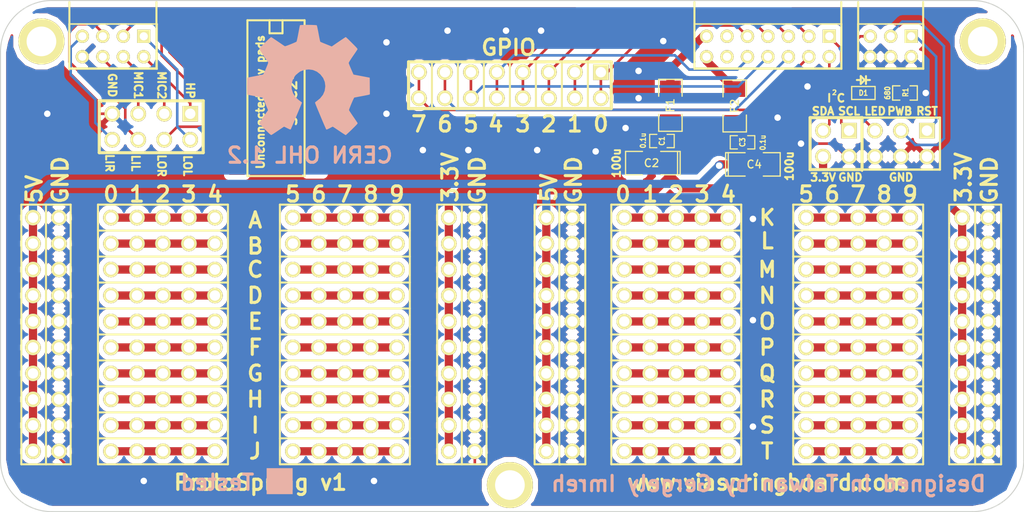
<source format=kicad_pcb>
(kicad_pcb (version 3) (host pcbnew "(2013-may-18)-stable")
  (layers (15 F.Cu signal) (0 B.Cu signal) (18 B.Paste user) (19 F.Paste user) (20 B.SilkS user) (21 F.SilkS user) (22 B.Mask user) (23 F.Mask user) (28 Edge.Cuts user))
  (net 0 "")
  (net 1 +3.3V)
  (net 2 +5V)
  (net 3 /GPIO20)
  (net 4 /GPIO21)
  (net 5 /GPIO22)
  (net 6 /GPIO23)
  (net 7 /GPIO24)
  (net 8 /GPIO25)
  (net 9 /GPIO26)
  (net 10 /GPIO27)
  (net 11 /HP_DET)
  (net 12 /I2C0SCL)
  (net 13 /I2C0SDA)
  (net 14 /LINEIN_L)
  (net 15 /LINEIN_R)
  (net 16 /LINEOUT_L)
  (net 17 /LINEOUT_R)
  (net 18 /MICIN1)
  (net 19 /MICIN2)
  (net 20 /PWRBTN)
  (net 21 /PWR_LED)
  (net 22 /RESET1)
  (net 23 GND)
  (net 24 N-000001)
  (net 25 N-0000010)
  (net 26 N-0000011)
  (net 27 N-0000012)
  (net 28 N-0000013)
  (net 29 N-0000014)
  (net 30 N-0000015)
  (net 31 N-0000016)
  (net 32 N-0000017)
  (net 33 N-0000018)
  (net 34 N-0000019)
  (net 35 N-000002)
  (net 36 N-0000020)
  (net 37 N-0000022)
  (net 38 N-0000023)
  (net 39 N-0000024)
  (net 40 N-0000025)
  (net 41 N-0000026)
  (net 42 N-0000027)
  (net 43 N-0000028)
  (net 44 N-0000029)
  (net 45 N-000003)
  (net 46 N-0000030)
  (net 47 N-0000031)
  (net 48 N-0000039)
  (net 49 N-000004)
  (net 50 N-0000040)
  (net 51 N-0000042)
  (net 52 N-000005)
  (net 53 N-0000056)
  (net 54 N-0000057)
  (net 55 N-0000058)
  (net 56 N-0000059)
  (net 57 N-0000060)
  (net 58 N-0000061)
  (net 59 N-0000062)
  (net 60 N-0000063)
  (net 61 N-0000064)
  (net 62 N-0000065)
  (net 63 N-0000066)
  (net 64 N-0000067)
  (net 65 N-0000068)
  (net 66 N-000009)
  (module SOIC24 (layer F.Cu) (at 153.924 114.554 270)
    (fp_text reference SOIC24 (at 0 -1.524 270) (layer F.SilkS) (effects (font (size 1.016 1.016) (thickness 0.2032))))
    (fp_text value VAL** hide)
    (pad 1 smd rect (at -6.985 3.81 270) (size 0.762 1.524) (layers F.Cu F.Paste F.Mask))
    (pad 2 smd rect (at -5.715 3.81 270) (size 0.762 1.524) (layers F.Cu F.Paste F.Mask))
    (pad 3 smd rect (at -4.445 3.81 270) (size 0.762 1.524) (layers F.Cu F.Paste F.Mask))
    (pad 4 smd rect (at -3.175 3.81 270) (size 0.762 1.524) (layers F.Cu F.Paste F.Mask))
    (pad 5 smd rect (at -1.905 3.81 270) (size 0.762 1.524) (layers F.Cu F.Paste F.Mask))
    (pad 6 smd rect (at -0.635 3.81 270) (size 0.762 1.524) (layers F.Cu F.Paste F.Mask))
    (pad 7 smd rect (at 0.635 3.81 270) (size 0.762 1.524) (layers F.Cu F.Paste F.Mask))
    (pad 8 smd rect (at 1.905 3.81 270) (size 0.762 1.524) (layers F.Cu F.Paste F.Mask))
    (pad 9 smd rect (at 3.175 3.81 270) (size 0.762 1.524) (layers F.Cu F.Paste F.Mask))
    (pad 10 smd rect (at 4.445 3.81 270) (size 0.762 1.524) (layers F.Cu F.Paste F.Mask))
    (pad 11 smd rect (at 5.715 3.81 270) (size 0.762 1.524) (layers F.Cu F.Paste F.Mask))
    (pad 12 smd rect (at 7.112 3.81 270) (size 0.762 1.524) (layers F.Cu F.Paste F.Mask))
    (pad 24 smd rect (at -6.985 -3.81 270) (size 0.762 1.524) (layers F.Cu F.Paste F.Mask))
    (pad 23 smd rect (at -5.715 -3.81 270) (size 0.762 1.524) (layers F.Cu F.Paste F.Mask))
    (pad 22 smd rect (at -4.445 -3.81 270) (size 0.762 1.524) (layers F.Cu F.Paste F.Mask))
    (pad 21 smd rect (at -3.175 -3.81 270) (size 0.762 1.524) (layers F.Cu F.Paste F.Mask))
    (pad 20 smd rect (at -1.905 -3.81 270) (size 0.762 1.524) (layers F.Cu F.Paste F.Mask))
    (pad 19 smd rect (at -0.635 -3.81 270) (size 0.762 1.524) (layers F.Cu F.Paste F.Mask))
    (pad 18 smd rect (at 0.635 -3.81 270) (size 0.762 1.524) (layers F.Cu F.Paste F.Mask))
    (pad 17 smd rect (at 1.905 -3.81 270) (size 0.762 1.524) (layers F.Cu F.Paste F.Mask))
    (pad 16 smd rect (at 3.175 -3.81 270) (size 0.762 1.524) (layers F.Cu F.Paste F.Mask))
    (pad 15 smd rect (at 4.445 -3.81 270) (size 0.762 1.524) (layers F.Cu F.Paste F.Mask))
    (pad 14 smd rect (at 5.715 -3.81 270) (size 0.762 1.524) (layers F.Cu F.Paste F.Mask))
    (pad 13 smd rect (at 6.985 -3.81 270) (size 0.762 1.524) (layers F.Cu F.Paste F.Mask))
  )
  (module SM1206 (layer F.Cu) (at 198.755 115.316 270)
    (fp_text reference F2 (at 0 0 270) (layer F.SilkS) (effects (font (size 0.762 0.762) (thickness 0.127))))
    (fp_text value FUSE hide)
    (pad 1 smd rect (at -1.651 0 270) (size 1.524 2.032) (layers F.Cu F.Paste F.Mask) (net 48 N-0000039))
    (pad 2 smd rect (at 1.651 0 270) (size 1.524 2.032) (layers F.Cu F.Paste F.Mask) (net 2 +5V))
  )
  (module SM1206 (layer F.Cu) (at 192.468 115.252 270)
    (fp_text reference F1 (at 0 0 270) (layer F.SilkS) (effects (font (size 0.762 0.762) (thickness 0.127))))
    (fp_text value FUSE hide)
    (pad 1 smd rect (at -1.651 0 270) (size 1.524 2.032) (layers F.Cu F.Paste F.Mask) (net 50 N-0000040))
    (pad 2 smd rect (at 1.651 0 270) (size 1.524 2.032) (layers F.Cu F.Paste F.Mask) (net 1 +3.3V))
  )
  (module SM0603_Resistor (layer F.Cu) (at 215.392 114.046)
    (fp_text reference R1 (at 0.0635 -0.0635 90) (layer F.SilkS) (effects (font (size 0.50038 0.4572) (thickness 0.1143))))
    (fp_text value 680 (at -1.69926 0 90) (layer F.SilkS) (effects (font (size 0.508 0.4572) (thickness 0.1143))))
    (pad 1 smd rect (at -0.762 0) (size 0.635 1.143) (layers F.Cu F.Paste F.Mask) (net 51 N-0000042))
    (pad 2 smd rect (at 0.762 0) (size 0.635 1.143) (layers F.Cu F.Paste F.Mask) (net 23 GND))
  )
  (module SM0603_Capa (layer F.Cu) (at 191.643 118.745 180)
    (fp_text reference C1 (at 0 0 270) (layer F.SilkS) (effects (font (size 0.508 0.4572) (thickness 0.1143))))
    (fp_text value 0.1u (at 1.843 0.045 270) (layer F.SilkS) (effects (font (size 0.508 0.4572) (thickness 0.1143))))
    (pad 1 smd rect (at -0.762 0 180) (size 0.635 1.143) (layers F.Cu F.Paste F.Mask) (net 1 +3.3V))
    (pad 2 smd rect (at 0.762 0 180) (size 0.635 1.143) (layers F.Cu F.Paste F.Mask) (net 23 GND))
  )
  (module SM0603_Capa (layer F.Cu) (at 199.517 118.872)
    (fp_text reference C3 (at 0 0 90) (layer F.SilkS) (effects (font (size 0.508 0.4572) (thickness 0.1143))))
    (fp_text value 0.1u (at 1.983 0.028 90) (layer F.SilkS) (effects (font (size 0.508 0.4572) (thickness 0.1143))))
    (pad 1 smd rect (at -0.762 0) (size 0.635 1.143) (layers F.Cu F.Paste F.Mask) (net 2 +5V))
    (pad 2 smd rect (at 0.762 0) (size 0.635 1.143) (layers F.Cu F.Paste F.Mask) (net 23 GND))
  )
  (module SM0603 (layer F.Cu) (at 211.328 114.046)
    (fp_text reference D1 (at 0 0) (layer F.SilkS) (effects (font (size 0.508 0.4572) (thickness 0.1143))))
    (fp_text value LED hide)
    (pad 1 smd rect (at -0.762 0) (size 0.635 1.143) (layers F.Cu F.Paste F.Mask) (net 21 /PWR_LED))
    (pad 2 smd rect (at 0.762 0) (size 0.635 1.143) (layers F.Cu F.Paste F.Mask) (net 51 N-0000042))
  )
  (module pin_array_8x2 (layer F.Cu) (at 176.784 113.284 180)
    (fp_text reference P5 hide)
    (fp_text value CONN_8X2 hide)
    (pad 1 thru_hole rect (at -8.89 1.27 180) (size 1.524 1.524) (drill 1.016) (layers *.Cu *.Mask F.SilkS) (net 3 /GPIO20))
    (pad 2 thru_hole circle (at -8.89 -1.27 180) (size 1.524 1.524) (drill 1.016) (layers *.Cu *.Mask F.SilkS) (net 3 /GPIO20))
    (pad 3 thru_hole circle (at -6.35 1.27 180) (size 1.524 1.524) (drill 1.016) (layers *.Cu *.Mask F.SilkS) (net 4 /GPIO21))
    (pad 4 thru_hole circle (at -6.35 -1.27 180) (size 1.524 1.524) (drill 1.016) (layers *.Cu *.Mask F.SilkS) (net 4 /GPIO21))
    (pad 5 thru_hole circle (at -3.81 1.27 180) (size 1.524 1.524) (drill 1.016) (layers *.Cu *.Mask F.SilkS) (net 5 /GPIO22))
    (pad 6 thru_hole circle (at -3.81 -1.27 180) (size 1.524 1.524) (drill 1.016) (layers *.Cu *.Mask F.SilkS) (net 5 /GPIO22))
    (pad 7 thru_hole circle (at -1.27 1.27 180) (size 1.524 1.524) (drill 1.016) (layers *.Cu *.Mask F.SilkS) (net 6 /GPIO23))
    (pad 8 thru_hole circle (at -1.27 -1.27 180) (size 1.524 1.524) (drill 1.016) (layers *.Cu *.Mask F.SilkS) (net 6 /GPIO23))
    (pad 9 thru_hole circle (at 1.27 1.27 180) (size 1.524 1.524) (drill 1.016) (layers *.Cu *.Mask F.SilkS) (net 7 /GPIO24))
    (pad 10 thru_hole circle (at 1.27 -1.27 180) (size 1.524 1.524) (drill 1.016) (layers *.Cu *.Mask F.SilkS) (net 7 /GPIO24))
    (pad 11 thru_hole circle (at 3.81 1.27 180) (size 1.524 1.524) (drill 1.016) (layers *.Cu *.Mask F.SilkS) (net 8 /GPIO25))
    (pad 12 thru_hole circle (at 3.81 -1.27 180) (size 1.524 1.524) (drill 1.016) (layers *.Cu *.Mask F.SilkS) (net 8 /GPIO25))
    (pad 13 thru_hole circle (at 6.35 1.27 180) (size 1.524 1.524) (drill 1.016) (layers *.Cu *.Mask F.SilkS) (net 9 /GPIO26))
    (pad 14 thru_hole circle (at 6.35 -1.27 180) (size 1.524 1.524) (drill 1.016) (layers *.Cu *.Mask F.SilkS) (net 9 /GPIO26))
    (pad 15 thru_hole circle (at 8.89 1.27 180) (size 1.524 1.524) (drill 1.016) (layers *.Cu *.Mask F.SilkS) (net 10 /GPIO27))
    (pad 16 thru_hole circle (at 8.89 -1.27 180) (size 1.524 1.524) (drill 1.016) (layers *.Cu *.Mask F.SilkS) (net 10 /GPIO27))
  )
  (module pin_array_4x2 (layer F.Cu) (at 141.732 117.348 180)
    (fp_text reference P7 hide)
    (fp_text value CONN_4X2 hide)
    (pad 1 thru_hole rect (at -3.81 1.27 180) (size 1.524 1.524) (drill 1.016) (layers *.Cu *.Mask F.SilkS) (net 11 /HP_DET))
    (pad 2 thru_hole circle (at -3.81 -1.27 180) (size 1.524 1.524) (drill 1.016) (layers *.Cu *.Mask F.SilkS) (net 16 /LINEOUT_L))
    (pad 3 thru_hole circle (at -1.27 1.27 180) (size 1.524 1.524) (drill 1.016) (layers *.Cu *.Mask F.SilkS) (net 19 /MICIN2))
    (pad 4 thru_hole circle (at -1.27 -1.27 180) (size 1.524 1.524) (drill 1.016) (layers *.Cu *.Mask F.SilkS) (net 17 /LINEOUT_R))
    (pad 5 thru_hole circle (at 1.27 1.27 180) (size 1.524 1.524) (drill 1.016) (layers *.Cu *.Mask F.SilkS) (net 18 /MICIN1))
    (pad 6 thru_hole circle (at 1.27 -1.27 180) (size 1.524 1.524) (drill 1.016) (layers *.Cu *.Mask F.SilkS) (net 14 /LINEIN_L))
    (pad 7 thru_hole circle (at 3.81 1.27 180) (size 1.524 1.524) (drill 1.016) (layers *.Cu *.Mask F.SilkS) (net 23 GND))
    (pad 8 thru_hole circle (at 3.81 -1.27 180) (size 1.524 1.524) (drill 1.016) (layers *.Cu *.Mask F.SilkS) (net 15 /LINEIN_R))
  )
  (module pin_array_3x2 (layer F.Cu) (at 215 119 180)
    (fp_text reference P4 hide)
    (fp_text value CONN_3X2 hide)
    (pad 1 thru_hole rect (at -2.54 1.27 180) (size 1.524 1.524) (drill 1.016) (layers *.Cu *.Mask F.SilkS) (net 22 /RESET1))
    (pad 2 thru_hole circle (at -2.54 -1.27 180) (size 1.524 1.524) (drill 1.016) (layers *.Cu *.Mask F.SilkS) (net 23 GND))
    (pad 3 thru_hole circle (at 0 1.27 180) (size 1.524 1.524) (drill 1.016) (layers *.Cu *.Mask F.SilkS) (net 20 /PWRBTN))
    (pad 4 thru_hole circle (at 0 -1.27 180) (size 1.524 1.524) (drill 1.016) (layers *.Cu *.Mask F.SilkS) (net 23 GND))
    (pad 5 thru_hole circle (at 2.54 1.27 180) (size 1.524 1.524) (drill 1.016) (layers *.Cu *.Mask F.SilkS) (net 21 /PWR_LED))
    (pad 6 thru_hole circle (at 2.54 -1.27 180) (size 1.524 1.524) (drill 1.016) (layers *.Cu *.Mask F.SilkS) (net 23 GND))
  )
  (module PIN_ARRAY_2X2 (layer F.Cu) (at 208.661 118.999 180)
    (fp_text reference P6 hide)
    (fp_text value CONN_2X2 hide)
    (pad 1 thru_hole rect (at -1.27 1.27 180) (size 1.524 1.524) (drill 1.016) (layers *.Cu *.Mask F.SilkS) (net 13 /I2C0SDA))
    (pad 2 thru_hole circle (at -1.27 -1.27 180) (size 1.524 1.524) (drill 1.016) (layers *.Cu *.Mask F.SilkS) (net 23 GND))
    (pad 3 thru_hole circle (at 1.27 1.27 180) (size 1.524 1.524) (drill 1.016) (layers *.Cu *.Mask F.SilkS) (net 12 /I2C0SCL))
    (pad 4 thru_hole circle (at 1.27 -1.27 180) (size 1.524 1.524) (drill 1.016) (layers *.Cu *.Mask F.SilkS) (net 1 +3.3V))
  )
  (module pin_array_2mm_7x2 (layer F.Cu) (at 202 109.5 180)
    (fp_text reference P2 hide)
    (fp_text value CONN_7X2 hide)
    (pad 1 thru_hole rect (at -6 1 180) (size 1.3 1.3) (drill 0.8) (layers *.Cu *.Mask F.SilkS) (net 13 /I2C0SDA))
    (pad 2 thru_hole circle (at -6 -1 180) (size 1.3 1.3) (drill 0.8) (layers *.Cu *.Mask F.SilkS) (net 12 /I2C0SCL))
    (pad 3 thru_hole circle (at -4 1 180) (size 1.3 1.3) (drill 0.8) (layers *.Cu *.Mask F.SilkS) (net 6 /GPIO23))
    (pad 4 thru_hole circle (at -4 -1 180) (size 1.3 1.3) (drill 0.8) (layers *.Cu *.Mask F.SilkS) (net 10 /GPIO27))
    (pad 5 thru_hole circle (at -2 1 180) (size 1.3 1.3) (drill 0.8) (layers *.Cu *.Mask F.SilkS) (net 5 /GPIO22))
    (pad 6 thru_hole circle (at -2 -1 180) (size 1.3 1.3) (drill 0.8) (layers *.Cu *.Mask F.SilkS) (net 9 /GPIO26))
    (pad 7 thru_hole circle (at 0 1 180) (size 1.3 1.3) (drill 0.8) (layers *.Cu *.Mask F.SilkS) (net 4 /GPIO21))
    (pad 8 thru_hole circle (at 0 -1 180) (size 1.3 1.3) (drill 0.8) (layers *.Cu *.Mask F.SilkS) (net 8 /GPIO25))
    (pad 9 thru_hole circle (at 2 1 180) (size 1.3 1.3) (drill 0.8) (layers *.Cu *.Mask F.SilkS) (net 3 /GPIO20))
    (pad 10 thru_hole circle (at 2 -1 180) (size 1.3 1.3) (drill 0.8) (layers *.Cu *.Mask F.SilkS) (net 7 /GPIO24))
    (pad 11 thru_hole circle (at 4 1 180) (size 1.3 1.3) (drill 0.8) (layers *.Cu *.Mask F.SilkS))
    (pad 12 thru_hole circle (at 4 -1 180) (size 1.3 1.3) (drill 0.8) (layers *.Cu *.Mask F.SilkS))
    (pad 13 thru_hole circle (at 6 1 180) (size 1.3 1.3) (drill 0.8) (layers *.Cu *.Mask F.SilkS) (net 50 N-0000040))
    (pad 14 thru_hole circle (at 6 -1 180) (size 1.3 1.3) (drill 0.8) (layers *.Cu *.Mask F.SilkS) (net 48 N-0000039))
  )
  (module pin_array_2mm_4x2 (layer F.Cu) (at 138 109.5 180)
    (fp_text reference P3 hide)
    (fp_text value CONN_4X2 hide)
    (pad 1 thru_hole rect (at -3 1 180) (size 1.3 1.3) (drill 0.8) (layers *.Cu *.Mask F.SilkS) (net 16 /LINEOUT_L))
    (pad 2 thru_hole circle (at -3 -1 180) (size 1.3 1.3) (drill 0.8) (layers *.Cu *.Mask F.SilkS) (net 11 /HP_DET))
    (pad 3 thru_hole circle (at -1 1 180) (size 1.3 1.3) (drill 0.8) (layers *.Cu *.Mask F.SilkS) (net 17 /LINEOUT_R))
    (pad 4 thru_hole circle (at -1 -1 180) (size 1.3 1.3) (drill 0.8) (layers *.Cu *.Mask F.SilkS) (net 19 /MICIN2))
    (pad 5 thru_hole circle (at 1 1 180) (size 1.3 1.3) (drill 0.8) (layers *.Cu *.Mask F.SilkS) (net 14 /LINEIN_L))
    (pad 6 thru_hole circle (at 1 -1 180) (size 1.3 1.3) (drill 0.8) (layers *.Cu *.Mask F.SilkS) (net 18 /MICIN1))
    (pad 7 thru_hole circle (at 3 1 180) (size 1.3 1.3) (drill 0.8) (layers *.Cu *.Mask F.SilkS) (net 15 /LINEIN_R))
    (pad 8 thru_hole circle (at 3 -1 180) (size 1.3 1.3) (drill 0.8) (layers *.Cu *.Mask F.SilkS) (net 23 GND))
  )
  (module pin_array_2mm_3x2 (layer F.Cu) (at 214 109.5 180)
    (fp_text reference P1 hide)
    (fp_text value CONN_3X2 hide)
    (pad 1 thru_hole rect (at -2 1 180) (size 1.3 1.3) (drill 0.8) (layers *.Cu *.Mask F.SilkS) (net 22 /RESET1))
    (pad 2 thru_hole circle (at -2 -1 180) (size 1.3 1.3) (drill 0.8) (layers *.Cu *.Mask F.SilkS) (net 23 GND))
    (pad 3 thru_hole circle (at 0 1 180) (size 1.3 1.3) (drill 0.8) (layers *.Cu *.Mask F.SilkS) (net 20 /PWRBTN))
    (pad 4 thru_hole circle (at 0 -1 180) (size 1.3 1.3) (drill 0.8) (layers *.Cu *.Mask F.SilkS) (net 23 GND))
    (pad 5 thru_hole circle (at 2 1 180) (size 1.3 1.3) (drill 0.8) (layers *.Cu *.Mask F.SilkS) (net 21 /PWR_LED))
    (pad 6 thru_hole circle (at 2 -1 180) (size 1.3 1.3) (drill 0.8) (layers *.Cu *.Mask F.SilkS) (net 23 GND))
  )
  (module BREADBOARD_PIN_ROW_2-5-5-2 (layer F.Cu) (at 201.93 126.238)
    (fp_text reference P18 hide)
    (fp_text value CONN_14 hide)
    (pad 1 thru_hole circle (at -21.59 0) (size 1.524 1.524) (drill 1.016) (layers *.Cu *.Mask F.SilkS) (net 2 +5V))
    (pad 2 thru_hole circle (at -19.05 0) (size 1.524 1.524) (drill 1.016) (layers *.Cu *.Mask F.SilkS) (net 23 GND))
    (pad 3 thru_hole circle (at -13.97 0) (size 1.524 1.524) (drill 1.016) (layers *.Cu *.Mask F.SilkS) (net 49 N-000004))
    (pad 4 thru_hole circle (at -11.43 0) (size 1.524 1.524) (drill 1.016) (layers *.Cu *.Mask F.SilkS) (net 49 N-000004))
    (pad 5 thru_hole circle (at -8.89 0) (size 1.524 1.524) (drill 1.016) (layers *.Cu *.Mask F.SilkS) (net 49 N-000004))
    (pad 6 thru_hole circle (at -6.35 0) (size 1.524 1.524) (drill 1.016) (layers *.Cu *.Mask F.SilkS) (net 49 N-000004))
    (pad 7 thru_hole circle (at -3.81 0) (size 1.524 1.524) (drill 1.016) (layers *.Cu *.Mask F.SilkS) (net 49 N-000004))
    (pad 8 thru_hole circle (at 3.81 0) (size 1.524 1.524) (drill 1.016) (layers *.Cu *.Mask F.SilkS) (net 24 N-000001))
    (pad 9 thru_hole circle (at 6.35 0) (size 1.524 1.524) (drill 1.016) (layers *.Cu *.Mask F.SilkS) (net 24 N-000001))
    (pad 10 thru_hole circle (at 8.89 0) (size 1.524 1.524) (drill 1.016) (layers *.Cu *.Mask F.SilkS) (net 24 N-000001))
    (pad 11 thru_hole circle (at 11.43 0) (size 1.524 1.524) (drill 1.016) (layers *.Cu *.Mask F.SilkS) (net 24 N-000001))
    (pad 12 thru_hole circle (at 13.97 0) (size 1.524 1.524) (drill 1.016) (layers *.Cu *.Mask F.SilkS) (net 24 N-000001))
    (pad 13 thru_hole circle (at 19.05 0) (size 1.524 1.524) (drill 1.016) (layers *.Cu *.Mask F.SilkS) (net 1 +3.3V))
    (pad 14 thru_hole circle (at 21.59 0) (size 1.524 1.524) (drill 1.016) (layers *.Cu *.Mask F.SilkS) (net 23 GND))
  )
  (module BREADBOARD_PIN_ROW_2-5-5-2 (layer F.Cu) (at 151.765 149.098)
    (fp_text reference P17 hide)
    (fp_text value CONN_14 hide)
    (pad 1 thru_hole circle (at -21.59 0) (size 1.524 1.524) (drill 1.016) (layers *.Cu *.Mask F.SilkS) (net 2 +5V))
    (pad 2 thru_hole circle (at -19.05 0) (size 1.524 1.524) (drill 1.016) (layers *.Cu *.Mask F.SilkS) (net 23 GND))
    (pad 3 thru_hole circle (at -13.97 0) (size 1.524 1.524) (drill 1.016) (layers *.Cu *.Mask F.SilkS) (net 28 N-0000013))
    (pad 4 thru_hole circle (at -11.43 0) (size 1.524 1.524) (drill 1.016) (layers *.Cu *.Mask F.SilkS) (net 28 N-0000013))
    (pad 5 thru_hole circle (at -8.89 0) (size 1.524 1.524) (drill 1.016) (layers *.Cu *.Mask F.SilkS) (net 28 N-0000013))
    (pad 6 thru_hole circle (at -6.35 0) (size 1.524 1.524) (drill 1.016) (layers *.Cu *.Mask F.SilkS) (net 28 N-0000013))
    (pad 7 thru_hole circle (at -3.81 0) (size 1.524 1.524) (drill 1.016) (layers *.Cu *.Mask F.SilkS) (net 28 N-0000013))
    (pad 8 thru_hole circle (at 3.81 0) (size 1.524 1.524) (drill 1.016) (layers *.Cu *.Mask F.SilkS) (net 29 N-0000014))
    (pad 9 thru_hole circle (at 6.35 0) (size 1.524 1.524) (drill 1.016) (layers *.Cu *.Mask F.SilkS) (net 29 N-0000014))
    (pad 10 thru_hole circle (at 8.89 0) (size 1.524 1.524) (drill 1.016) (layers *.Cu *.Mask F.SilkS) (net 29 N-0000014))
    (pad 11 thru_hole circle (at 11.43 0) (size 1.524 1.524) (drill 1.016) (layers *.Cu *.Mask F.SilkS) (net 29 N-0000014))
    (pad 12 thru_hole circle (at 13.97 0) (size 1.524 1.524) (drill 1.016) (layers *.Cu *.Mask F.SilkS) (net 29 N-0000014))
    (pad 13 thru_hole circle (at 19.05 0) (size 1.524 1.524) (drill 1.016) (layers *.Cu *.Mask F.SilkS) (net 1 +3.3V))
    (pad 14 thru_hole circle (at 21.59 0) (size 1.524 1.524) (drill 1.016) (layers *.Cu *.Mask F.SilkS) (net 23 GND))
  )
  (module BREADBOARD_PIN_ROW_2-5-5-2 (layer F.Cu) (at 201.93 149.098)
    (fp_text reference P27 hide)
    (fp_text value CONN_14 hide)
    (pad 1 thru_hole circle (at -21.59 0) (size 1.524 1.524) (drill 1.016) (layers *.Cu *.Mask F.SilkS) (net 2 +5V))
    (pad 2 thru_hole circle (at -19.05 0) (size 1.524 1.524) (drill 1.016) (layers *.Cu *.Mask F.SilkS) (net 23 GND))
    (pad 3 thru_hole circle (at -13.97 0) (size 1.524 1.524) (drill 1.016) (layers *.Cu *.Mask F.SilkS) (net 34 N-0000019))
    (pad 4 thru_hole circle (at -11.43 0) (size 1.524 1.524) (drill 1.016) (layers *.Cu *.Mask F.SilkS) (net 34 N-0000019))
    (pad 5 thru_hole circle (at -8.89 0) (size 1.524 1.524) (drill 1.016) (layers *.Cu *.Mask F.SilkS) (net 34 N-0000019))
    (pad 6 thru_hole circle (at -6.35 0) (size 1.524 1.524) (drill 1.016) (layers *.Cu *.Mask F.SilkS) (net 34 N-0000019))
    (pad 7 thru_hole circle (at -3.81 0) (size 1.524 1.524) (drill 1.016) (layers *.Cu *.Mask F.SilkS) (net 34 N-0000019))
    (pad 8 thru_hole circle (at 3.81 0) (size 1.524 1.524) (drill 1.016) (layers *.Cu *.Mask F.SilkS) (net 36 N-0000020))
    (pad 9 thru_hole circle (at 6.35 0) (size 1.524 1.524) (drill 1.016) (layers *.Cu *.Mask F.SilkS) (net 36 N-0000020))
    (pad 10 thru_hole circle (at 8.89 0) (size 1.524 1.524) (drill 1.016) (layers *.Cu *.Mask F.SilkS) (net 36 N-0000020))
    (pad 11 thru_hole circle (at 11.43 0) (size 1.524 1.524) (drill 1.016) (layers *.Cu *.Mask F.SilkS) (net 36 N-0000020))
    (pad 12 thru_hole circle (at 13.97 0) (size 1.524 1.524) (drill 1.016) (layers *.Cu *.Mask F.SilkS) (net 36 N-0000020))
    (pad 13 thru_hole circle (at 19.05 0) (size 1.524 1.524) (drill 1.016) (layers *.Cu *.Mask F.SilkS) (net 1 +3.3V))
    (pad 14 thru_hole circle (at 21.59 0) (size 1.524 1.524) (drill 1.016) (layers *.Cu *.Mask F.SilkS) (net 23 GND))
  )
  (module BREADBOARD_PIN_ROW_2-5-5-2 (layer F.Cu) (at 201.93 146.558)
    (fp_text reference P26 hide)
    (fp_text value CONN_14 hide)
    (pad 1 thru_hole circle (at -21.59 0) (size 1.524 1.524) (drill 1.016) (layers *.Cu *.Mask F.SilkS) (net 2 +5V))
    (pad 2 thru_hole circle (at -19.05 0) (size 1.524 1.524) (drill 1.016) (layers *.Cu *.Mask F.SilkS) (net 23 GND))
    (pad 3 thru_hole circle (at -13.97 0) (size 1.524 1.524) (drill 1.016) (layers *.Cu *.Mask F.SilkS) (net 37 N-0000022))
    (pad 4 thru_hole circle (at -11.43 0) (size 1.524 1.524) (drill 1.016) (layers *.Cu *.Mask F.SilkS) (net 37 N-0000022))
    (pad 5 thru_hole circle (at -8.89 0) (size 1.524 1.524) (drill 1.016) (layers *.Cu *.Mask F.SilkS) (net 37 N-0000022))
    (pad 6 thru_hole circle (at -6.35 0) (size 1.524 1.524) (drill 1.016) (layers *.Cu *.Mask F.SilkS) (net 37 N-0000022))
    (pad 7 thru_hole circle (at -3.81 0) (size 1.524 1.524) (drill 1.016) (layers *.Cu *.Mask F.SilkS) (net 37 N-0000022))
    (pad 8 thru_hole circle (at 3.81 0) (size 1.524 1.524) (drill 1.016) (layers *.Cu *.Mask F.SilkS) (net 38 N-0000023))
    (pad 9 thru_hole circle (at 6.35 0) (size 1.524 1.524) (drill 1.016) (layers *.Cu *.Mask F.SilkS) (net 38 N-0000023))
    (pad 10 thru_hole circle (at 8.89 0) (size 1.524 1.524) (drill 1.016) (layers *.Cu *.Mask F.SilkS) (net 38 N-0000023))
    (pad 11 thru_hole circle (at 11.43 0) (size 1.524 1.524) (drill 1.016) (layers *.Cu *.Mask F.SilkS) (net 38 N-0000023))
    (pad 12 thru_hole circle (at 13.97 0) (size 1.524 1.524) (drill 1.016) (layers *.Cu *.Mask F.SilkS) (net 38 N-0000023))
    (pad 13 thru_hole circle (at 19.05 0) (size 1.524 1.524) (drill 1.016) (layers *.Cu *.Mask F.SilkS) (net 1 +3.3V))
    (pad 14 thru_hole circle (at 21.59 0) (size 1.524 1.524) (drill 1.016) (layers *.Cu *.Mask F.SilkS) (net 23 GND))
  )
  (module BREADBOARD_PIN_ROW_2-5-5-2 (layer F.Cu) (at 201.93 144.018)
    (fp_text reference P25 hide)
    (fp_text value CONN_14 hide)
    (pad 1 thru_hole circle (at -21.59 0) (size 1.524 1.524) (drill 1.016) (layers *.Cu *.Mask F.SilkS) (net 2 +5V))
    (pad 2 thru_hole circle (at -19.05 0) (size 1.524 1.524) (drill 1.016) (layers *.Cu *.Mask F.SilkS) (net 23 GND))
    (pad 3 thru_hole circle (at -13.97 0) (size 1.524 1.524) (drill 1.016) (layers *.Cu *.Mask F.SilkS) (net 33 N-0000018))
    (pad 4 thru_hole circle (at -11.43 0) (size 1.524 1.524) (drill 1.016) (layers *.Cu *.Mask F.SilkS) (net 33 N-0000018))
    (pad 5 thru_hole circle (at -8.89 0) (size 1.524 1.524) (drill 1.016) (layers *.Cu *.Mask F.SilkS) (net 33 N-0000018))
    (pad 6 thru_hole circle (at -6.35 0) (size 1.524 1.524) (drill 1.016) (layers *.Cu *.Mask F.SilkS) (net 33 N-0000018))
    (pad 7 thru_hole circle (at -3.81 0) (size 1.524 1.524) (drill 1.016) (layers *.Cu *.Mask F.SilkS) (net 33 N-0000018))
    (pad 8 thru_hole circle (at 3.81 0) (size 1.524 1.524) (drill 1.016) (layers *.Cu *.Mask F.SilkS) (net 32 N-0000017))
    (pad 9 thru_hole circle (at 6.35 0) (size 1.524 1.524) (drill 1.016) (layers *.Cu *.Mask F.SilkS) (net 32 N-0000017))
    (pad 10 thru_hole circle (at 8.89 0) (size 1.524 1.524) (drill 1.016) (layers *.Cu *.Mask F.SilkS) (net 32 N-0000017))
    (pad 11 thru_hole circle (at 11.43 0) (size 1.524 1.524) (drill 1.016) (layers *.Cu *.Mask F.SilkS) (net 32 N-0000017))
    (pad 12 thru_hole circle (at 13.97 0) (size 1.524 1.524) (drill 1.016) (layers *.Cu *.Mask F.SilkS) (net 32 N-0000017))
    (pad 13 thru_hole circle (at 19.05 0) (size 1.524 1.524) (drill 1.016) (layers *.Cu *.Mask F.SilkS) (net 1 +3.3V))
    (pad 14 thru_hole circle (at 21.59 0) (size 1.524 1.524) (drill 1.016) (layers *.Cu *.Mask F.SilkS) (net 23 GND))
  )
  (module BREADBOARD_PIN_ROW_2-5-5-2 (layer F.Cu) (at 201.93 141.478)
    (fp_text reference P24 hide)
    (fp_text value CONN_14 hide)
    (pad 1 thru_hole circle (at -21.59 0) (size 1.524 1.524) (drill 1.016) (layers *.Cu *.Mask F.SilkS) (net 2 +5V))
    (pad 2 thru_hole circle (at -19.05 0) (size 1.524 1.524) (drill 1.016) (layers *.Cu *.Mask F.SilkS) (net 23 GND))
    (pad 3 thru_hole circle (at -13.97 0) (size 1.524 1.524) (drill 1.016) (layers *.Cu *.Mask F.SilkS) (net 43 N-0000028))
    (pad 4 thru_hole circle (at -11.43 0) (size 1.524 1.524) (drill 1.016) (layers *.Cu *.Mask F.SilkS) (net 43 N-0000028))
    (pad 5 thru_hole circle (at -8.89 0) (size 1.524 1.524) (drill 1.016) (layers *.Cu *.Mask F.SilkS) (net 43 N-0000028))
    (pad 6 thru_hole circle (at -6.35 0) (size 1.524 1.524) (drill 1.016) (layers *.Cu *.Mask F.SilkS) (net 43 N-0000028))
    (pad 7 thru_hole circle (at -3.81 0) (size 1.524 1.524) (drill 1.016) (layers *.Cu *.Mask F.SilkS) (net 43 N-0000028))
    (pad 8 thru_hole circle (at 3.81 0) (size 1.524 1.524) (drill 1.016) (layers *.Cu *.Mask F.SilkS) (net 44 N-0000029))
    (pad 9 thru_hole circle (at 6.35 0) (size 1.524 1.524) (drill 1.016) (layers *.Cu *.Mask F.SilkS) (net 44 N-0000029))
    (pad 10 thru_hole circle (at 8.89 0) (size 1.524 1.524) (drill 1.016) (layers *.Cu *.Mask F.SilkS) (net 44 N-0000029))
    (pad 11 thru_hole circle (at 11.43 0) (size 1.524 1.524) (drill 1.016) (layers *.Cu *.Mask F.SilkS) (net 44 N-0000029))
    (pad 12 thru_hole circle (at 13.97 0) (size 1.524 1.524) (drill 1.016) (layers *.Cu *.Mask F.SilkS) (net 44 N-0000029))
    (pad 13 thru_hole circle (at 19.05 0) (size 1.524 1.524) (drill 1.016) (layers *.Cu *.Mask F.SilkS) (net 1 +3.3V))
    (pad 14 thru_hole circle (at 21.59 0) (size 1.524 1.524) (drill 1.016) (layers *.Cu *.Mask F.SilkS) (net 23 GND))
  )
  (module BREADBOARD_PIN_ROW_2-5-5-2 (layer F.Cu) (at 201.93 138.938)
    (fp_text reference P23 hide)
    (fp_text value CONN_14 hide)
    (pad 1 thru_hole circle (at -21.59 0) (size 1.524 1.524) (drill 1.016) (layers *.Cu *.Mask F.SilkS) (net 2 +5V))
    (pad 2 thru_hole circle (at -19.05 0) (size 1.524 1.524) (drill 1.016) (layers *.Cu *.Mask F.SilkS) (net 23 GND))
    (pad 3 thru_hole circle (at -13.97 0) (size 1.524 1.524) (drill 1.016) (layers *.Cu *.Mask F.SilkS) (net 46 N-0000030))
    (pad 4 thru_hole circle (at -11.43 0) (size 1.524 1.524) (drill 1.016) (layers *.Cu *.Mask F.SilkS) (net 46 N-0000030))
    (pad 5 thru_hole circle (at -8.89 0) (size 1.524 1.524) (drill 1.016) (layers *.Cu *.Mask F.SilkS) (net 46 N-0000030))
    (pad 6 thru_hole circle (at -6.35 0) (size 1.524 1.524) (drill 1.016) (layers *.Cu *.Mask F.SilkS) (net 46 N-0000030))
    (pad 7 thru_hole circle (at -3.81 0) (size 1.524 1.524) (drill 1.016) (layers *.Cu *.Mask F.SilkS) (net 46 N-0000030))
    (pad 8 thru_hole circle (at 3.81 0) (size 1.524 1.524) (drill 1.016) (layers *.Cu *.Mask F.SilkS) (net 47 N-0000031))
    (pad 9 thru_hole circle (at 6.35 0) (size 1.524 1.524) (drill 1.016) (layers *.Cu *.Mask F.SilkS) (net 47 N-0000031))
    (pad 10 thru_hole circle (at 8.89 0) (size 1.524 1.524) (drill 1.016) (layers *.Cu *.Mask F.SilkS) (net 47 N-0000031))
    (pad 11 thru_hole circle (at 11.43 0) (size 1.524 1.524) (drill 1.016) (layers *.Cu *.Mask F.SilkS) (net 47 N-0000031))
    (pad 12 thru_hole circle (at 13.97 0) (size 1.524 1.524) (drill 1.016) (layers *.Cu *.Mask F.SilkS) (net 47 N-0000031))
    (pad 13 thru_hole circle (at 19.05 0) (size 1.524 1.524) (drill 1.016) (layers *.Cu *.Mask F.SilkS) (net 1 +3.3V))
    (pad 14 thru_hole circle (at 21.59 0) (size 1.524 1.524) (drill 1.016) (layers *.Cu *.Mask F.SilkS) (net 23 GND))
  )
  (module BREADBOARD_PIN_ROW_2-5-5-2 (layer F.Cu) (at 201.93 136.398)
    (fp_text reference P22 hide)
    (fp_text value CONN_14 hide)
    (pad 1 thru_hole circle (at -21.59 0) (size 1.524 1.524) (drill 1.016) (layers *.Cu *.Mask F.SilkS) (net 2 +5V))
    (pad 2 thru_hole circle (at -19.05 0) (size 1.524 1.524) (drill 1.016) (layers *.Cu *.Mask F.SilkS) (net 23 GND))
    (pad 3 thru_hole circle (at -13.97 0) (size 1.524 1.524) (drill 1.016) (layers *.Cu *.Mask F.SilkS) (net 39 N-0000024))
    (pad 4 thru_hole circle (at -11.43 0) (size 1.524 1.524) (drill 1.016) (layers *.Cu *.Mask F.SilkS) (net 39 N-0000024))
    (pad 5 thru_hole circle (at -8.89 0) (size 1.524 1.524) (drill 1.016) (layers *.Cu *.Mask F.SilkS) (net 39 N-0000024))
    (pad 6 thru_hole circle (at -6.35 0) (size 1.524 1.524) (drill 1.016) (layers *.Cu *.Mask F.SilkS) (net 39 N-0000024))
    (pad 7 thru_hole circle (at -3.81 0) (size 1.524 1.524) (drill 1.016) (layers *.Cu *.Mask F.SilkS) (net 39 N-0000024))
    (pad 8 thru_hole circle (at 3.81 0) (size 1.524 1.524) (drill 1.016) (layers *.Cu *.Mask F.SilkS) (net 40 N-0000025))
    (pad 9 thru_hole circle (at 6.35 0) (size 1.524 1.524) (drill 1.016) (layers *.Cu *.Mask F.SilkS) (net 40 N-0000025))
    (pad 10 thru_hole circle (at 8.89 0) (size 1.524 1.524) (drill 1.016) (layers *.Cu *.Mask F.SilkS) (net 40 N-0000025))
    (pad 11 thru_hole circle (at 11.43 0) (size 1.524 1.524) (drill 1.016) (layers *.Cu *.Mask F.SilkS) (net 40 N-0000025))
    (pad 12 thru_hole circle (at 13.97 0) (size 1.524 1.524) (drill 1.016) (layers *.Cu *.Mask F.SilkS) (net 40 N-0000025))
    (pad 13 thru_hole circle (at 19.05 0) (size 1.524 1.524) (drill 1.016) (layers *.Cu *.Mask F.SilkS) (net 1 +3.3V))
    (pad 14 thru_hole circle (at 21.59 0) (size 1.524 1.524) (drill 1.016) (layers *.Cu *.Mask F.SilkS) (net 23 GND))
  )
  (module BREADBOARD_PIN_ROW_2-5-5-2 (layer F.Cu) (at 201.93 133.858)
    (fp_text reference P21 hide)
    (fp_text value CONN_14 hide)
    (pad 1 thru_hole circle (at -21.59 0) (size 1.524 1.524) (drill 1.016) (layers *.Cu *.Mask F.SilkS) (net 2 +5V))
    (pad 2 thru_hole circle (at -19.05 0) (size 1.524 1.524) (drill 1.016) (layers *.Cu *.Mask F.SilkS) (net 23 GND))
    (pad 3 thru_hole circle (at -13.97 0) (size 1.524 1.524) (drill 1.016) (layers *.Cu *.Mask F.SilkS) (net 41 N-0000026))
    (pad 4 thru_hole circle (at -11.43 0) (size 1.524 1.524) (drill 1.016) (layers *.Cu *.Mask F.SilkS) (net 41 N-0000026))
    (pad 5 thru_hole circle (at -8.89 0) (size 1.524 1.524) (drill 1.016) (layers *.Cu *.Mask F.SilkS) (net 41 N-0000026))
    (pad 6 thru_hole circle (at -6.35 0) (size 1.524 1.524) (drill 1.016) (layers *.Cu *.Mask F.SilkS) (net 41 N-0000026))
    (pad 7 thru_hole circle (at -3.81 0) (size 1.524 1.524) (drill 1.016) (layers *.Cu *.Mask F.SilkS) (net 41 N-0000026))
    (pad 8 thru_hole circle (at 3.81 0) (size 1.524 1.524) (drill 1.016) (layers *.Cu *.Mask F.SilkS) (net 42 N-0000027))
    (pad 9 thru_hole circle (at 6.35 0) (size 1.524 1.524) (drill 1.016) (layers *.Cu *.Mask F.SilkS) (net 42 N-0000027))
    (pad 10 thru_hole circle (at 8.89 0) (size 1.524 1.524) (drill 1.016) (layers *.Cu *.Mask F.SilkS) (net 42 N-0000027))
    (pad 11 thru_hole circle (at 11.43 0) (size 1.524 1.524) (drill 1.016) (layers *.Cu *.Mask F.SilkS) (net 42 N-0000027))
    (pad 12 thru_hole circle (at 13.97 0) (size 1.524 1.524) (drill 1.016) (layers *.Cu *.Mask F.SilkS) (net 42 N-0000027))
    (pad 13 thru_hole circle (at 19.05 0) (size 1.524 1.524) (drill 1.016) (layers *.Cu *.Mask F.SilkS) (net 1 +3.3V))
    (pad 14 thru_hole circle (at 21.59 0) (size 1.524 1.524) (drill 1.016) (layers *.Cu *.Mask F.SilkS) (net 23 GND))
  )
  (module BREADBOARD_PIN_ROW_2-5-5-2 (layer F.Cu) (at 201.93 131.318)
    (fp_text reference P20 hide)
    (fp_text value CONN_14 hide)
    (pad 1 thru_hole circle (at -21.59 0) (size 1.524 1.524) (drill 1.016) (layers *.Cu *.Mask F.SilkS) (net 2 +5V))
    (pad 2 thru_hole circle (at -19.05 0) (size 1.524 1.524) (drill 1.016) (layers *.Cu *.Mask F.SilkS) (net 23 GND))
    (pad 3 thru_hole circle (at -13.97 0) (size 1.524 1.524) (drill 1.016) (layers *.Cu *.Mask F.SilkS) (net 66 N-000009))
    (pad 4 thru_hole circle (at -11.43 0) (size 1.524 1.524) (drill 1.016) (layers *.Cu *.Mask F.SilkS) (net 66 N-000009))
    (pad 5 thru_hole circle (at -8.89 0) (size 1.524 1.524) (drill 1.016) (layers *.Cu *.Mask F.SilkS) (net 66 N-000009))
    (pad 6 thru_hole circle (at -6.35 0) (size 1.524 1.524) (drill 1.016) (layers *.Cu *.Mask F.SilkS) (net 66 N-000009))
    (pad 7 thru_hole circle (at -3.81 0) (size 1.524 1.524) (drill 1.016) (layers *.Cu *.Mask F.SilkS) (net 66 N-000009))
    (pad 8 thru_hole circle (at 3.81 0) (size 1.524 1.524) (drill 1.016) (layers *.Cu *.Mask F.SilkS) (net 52 N-000005))
    (pad 9 thru_hole circle (at 6.35 0) (size 1.524 1.524) (drill 1.016) (layers *.Cu *.Mask F.SilkS) (net 52 N-000005))
    (pad 10 thru_hole circle (at 8.89 0) (size 1.524 1.524) (drill 1.016) (layers *.Cu *.Mask F.SilkS) (net 52 N-000005))
    (pad 11 thru_hole circle (at 11.43 0) (size 1.524 1.524) (drill 1.016) (layers *.Cu *.Mask F.SilkS) (net 52 N-000005))
    (pad 12 thru_hole circle (at 13.97 0) (size 1.524 1.524) (drill 1.016) (layers *.Cu *.Mask F.SilkS) (net 52 N-000005))
    (pad 13 thru_hole circle (at 19.05 0) (size 1.524 1.524) (drill 1.016) (layers *.Cu *.Mask F.SilkS) (net 1 +3.3V))
    (pad 14 thru_hole circle (at 21.59 0) (size 1.524 1.524) (drill 1.016) (layers *.Cu *.Mask F.SilkS) (net 23 GND))
  )
  (module BREADBOARD_PIN_ROW_2-5-5-2 (layer F.Cu) (at 201.93 128.778)
    (fp_text reference P19 hide)
    (fp_text value CONN_14 hide)
    (pad 1 thru_hole circle (at -21.59 0) (size 1.524 1.524) (drill 1.016) (layers *.Cu *.Mask F.SilkS) (net 2 +5V))
    (pad 2 thru_hole circle (at -19.05 0) (size 1.524 1.524) (drill 1.016) (layers *.Cu *.Mask F.SilkS) (net 23 GND))
    (pad 3 thru_hole circle (at -13.97 0) (size 1.524 1.524) (drill 1.016) (layers *.Cu *.Mask F.SilkS) (net 35 N-000002))
    (pad 4 thru_hole circle (at -11.43 0) (size 1.524 1.524) (drill 1.016) (layers *.Cu *.Mask F.SilkS) (net 35 N-000002))
    (pad 5 thru_hole circle (at -8.89 0) (size 1.524 1.524) (drill 1.016) (layers *.Cu *.Mask F.SilkS) (net 35 N-000002))
    (pad 6 thru_hole circle (at -6.35 0) (size 1.524 1.524) (drill 1.016) (layers *.Cu *.Mask F.SilkS) (net 35 N-000002))
    (pad 7 thru_hole circle (at -3.81 0) (size 1.524 1.524) (drill 1.016) (layers *.Cu *.Mask F.SilkS) (net 35 N-000002))
    (pad 8 thru_hole circle (at 3.81 0) (size 1.524 1.524) (drill 1.016) (layers *.Cu *.Mask F.SilkS) (net 45 N-000003))
    (pad 9 thru_hole circle (at 6.35 0) (size 1.524 1.524) (drill 1.016) (layers *.Cu *.Mask F.SilkS) (net 45 N-000003))
    (pad 10 thru_hole circle (at 8.89 0) (size 1.524 1.524) (drill 1.016) (layers *.Cu *.Mask F.SilkS) (net 45 N-000003))
    (pad 11 thru_hole circle (at 11.43 0) (size 1.524 1.524) (drill 1.016) (layers *.Cu *.Mask F.SilkS) (net 45 N-000003))
    (pad 12 thru_hole circle (at 13.97 0) (size 1.524 1.524) (drill 1.016) (layers *.Cu *.Mask F.SilkS) (net 45 N-000003))
    (pad 13 thru_hole circle (at 19.05 0) (size 1.524 1.524) (drill 1.016) (layers *.Cu *.Mask F.SilkS) (net 1 +3.3V))
    (pad 14 thru_hole circle (at 21.59 0) (size 1.524 1.524) (drill 1.016) (layers *.Cu *.Mask F.SilkS) (net 23 GND))
  )
  (module BREADBOARD_PIN_ROW_2-5-5-2 (layer F.Cu) (at 151.765 126.238)
    (fp_text reference P8 hide)
    (fp_text value CONN_14 hide)
    (pad 1 thru_hole circle (at -21.59 0) (size 1.524 1.524) (drill 1.016) (layers *.Cu *.Mask F.SilkS) (net 2 +5V))
    (pad 2 thru_hole circle (at -19.05 0) (size 1.524 1.524) (drill 1.016) (layers *.Cu *.Mask F.SilkS) (net 23 GND))
    (pad 3 thru_hole circle (at -13.97 0) (size 1.524 1.524) (drill 1.016) (layers *.Cu *.Mask F.SilkS) (net 63 N-0000066))
    (pad 4 thru_hole circle (at -11.43 0) (size 1.524 1.524) (drill 1.016) (layers *.Cu *.Mask F.SilkS) (net 63 N-0000066))
    (pad 5 thru_hole circle (at -8.89 0) (size 1.524 1.524) (drill 1.016) (layers *.Cu *.Mask F.SilkS) (net 63 N-0000066))
    (pad 6 thru_hole circle (at -6.35 0) (size 1.524 1.524) (drill 1.016) (layers *.Cu *.Mask F.SilkS) (net 63 N-0000066))
    (pad 7 thru_hole circle (at -3.81 0) (size 1.524 1.524) (drill 1.016) (layers *.Cu *.Mask F.SilkS) (net 63 N-0000066))
    (pad 8 thru_hole circle (at 3.81 0) (size 1.524 1.524) (drill 1.016) (layers *.Cu *.Mask F.SilkS) (net 60 N-0000063))
    (pad 9 thru_hole circle (at 6.35 0) (size 1.524 1.524) (drill 1.016) (layers *.Cu *.Mask F.SilkS) (net 60 N-0000063))
    (pad 10 thru_hole circle (at 8.89 0) (size 1.524 1.524) (drill 1.016) (layers *.Cu *.Mask F.SilkS) (net 60 N-0000063))
    (pad 11 thru_hole circle (at 11.43 0) (size 1.524 1.524) (drill 1.016) (layers *.Cu *.Mask F.SilkS) (net 60 N-0000063))
    (pad 12 thru_hole circle (at 13.97 0) (size 1.524 1.524) (drill 1.016) (layers *.Cu *.Mask F.SilkS) (net 60 N-0000063))
    (pad 13 thru_hole circle (at 19.05 0) (size 1.524 1.524) (drill 1.016) (layers *.Cu *.Mask F.SilkS) (net 1 +3.3V))
    (pad 14 thru_hole circle (at 21.59 0) (size 1.524 1.524) (drill 1.016) (layers *.Cu *.Mask F.SilkS) (net 23 GND))
  )
  (module BREADBOARD_PIN_ROW_2-5-5-2 (layer F.Cu) (at 151.765 146.558)
    (fp_text reference P16 hide)
    (fp_text value CONN_14 hide)
    (pad 1 thru_hole circle (at -21.59 0) (size 1.524 1.524) (drill 1.016) (layers *.Cu *.Mask F.SilkS) (net 2 +5V))
    (pad 2 thru_hole circle (at -19.05 0) (size 1.524 1.524) (drill 1.016) (layers *.Cu *.Mask F.SilkS) (net 23 GND))
    (pad 3 thru_hole circle (at -13.97 0) (size 1.524 1.524) (drill 1.016) (layers *.Cu *.Mask F.SilkS) (net 30 N-0000015))
    (pad 4 thru_hole circle (at -11.43 0) (size 1.524 1.524) (drill 1.016) (layers *.Cu *.Mask F.SilkS) (net 30 N-0000015))
    (pad 5 thru_hole circle (at -8.89 0) (size 1.524 1.524) (drill 1.016) (layers *.Cu *.Mask F.SilkS) (net 30 N-0000015))
    (pad 6 thru_hole circle (at -6.35 0) (size 1.524 1.524) (drill 1.016) (layers *.Cu *.Mask F.SilkS) (net 30 N-0000015))
    (pad 7 thru_hole circle (at -3.81 0) (size 1.524 1.524) (drill 1.016) (layers *.Cu *.Mask F.SilkS) (net 30 N-0000015))
    (pad 8 thru_hole circle (at 3.81 0) (size 1.524 1.524) (drill 1.016) (layers *.Cu *.Mask F.SilkS) (net 31 N-0000016))
    (pad 9 thru_hole circle (at 6.35 0) (size 1.524 1.524) (drill 1.016) (layers *.Cu *.Mask F.SilkS) (net 31 N-0000016))
    (pad 10 thru_hole circle (at 8.89 0) (size 1.524 1.524) (drill 1.016) (layers *.Cu *.Mask F.SilkS) (net 31 N-0000016))
    (pad 11 thru_hole circle (at 11.43 0) (size 1.524 1.524) (drill 1.016) (layers *.Cu *.Mask F.SilkS) (net 31 N-0000016))
    (pad 12 thru_hole circle (at 13.97 0) (size 1.524 1.524) (drill 1.016) (layers *.Cu *.Mask F.SilkS) (net 31 N-0000016))
    (pad 13 thru_hole circle (at 19.05 0) (size 1.524 1.524) (drill 1.016) (layers *.Cu *.Mask F.SilkS) (net 1 +3.3V))
    (pad 14 thru_hole circle (at 21.59 0) (size 1.524 1.524) (drill 1.016) (layers *.Cu *.Mask F.SilkS) (net 23 GND))
  )
  (module BREADBOARD_PIN_ROW_2-5-5-2 (layer F.Cu) (at 151.765 144.018)
    (fp_text reference P15 hide)
    (fp_text value CONN_14 hide)
    (pad 1 thru_hole circle (at -21.59 0) (size 1.524 1.524) (drill 1.016) (layers *.Cu *.Mask F.SilkS) (net 2 +5V))
    (pad 2 thru_hole circle (at -19.05 0) (size 1.524 1.524) (drill 1.016) (layers *.Cu *.Mask F.SilkS) (net 23 GND))
    (pad 3 thru_hole circle (at -13.97 0) (size 1.524 1.524) (drill 1.016) (layers *.Cu *.Mask F.SilkS) (net 27 N-0000012))
    (pad 4 thru_hole circle (at -11.43 0) (size 1.524 1.524) (drill 1.016) (layers *.Cu *.Mask F.SilkS) (net 27 N-0000012))
    (pad 5 thru_hole circle (at -8.89 0) (size 1.524 1.524) (drill 1.016) (layers *.Cu *.Mask F.SilkS) (net 27 N-0000012))
    (pad 6 thru_hole circle (at -6.35 0) (size 1.524 1.524) (drill 1.016) (layers *.Cu *.Mask F.SilkS) (net 27 N-0000012))
    (pad 7 thru_hole circle (at -3.81 0) (size 1.524 1.524) (drill 1.016) (layers *.Cu *.Mask F.SilkS) (net 27 N-0000012))
    (pad 8 thru_hole circle (at 3.81 0) (size 1.524 1.524) (drill 1.016) (layers *.Cu *.Mask F.SilkS) (net 25 N-0000010))
    (pad 9 thru_hole circle (at 6.35 0) (size 1.524 1.524) (drill 1.016) (layers *.Cu *.Mask F.SilkS) (net 25 N-0000010))
    (pad 10 thru_hole circle (at 8.89 0) (size 1.524 1.524) (drill 1.016) (layers *.Cu *.Mask F.SilkS) (net 25 N-0000010))
    (pad 11 thru_hole circle (at 11.43 0) (size 1.524 1.524) (drill 1.016) (layers *.Cu *.Mask F.SilkS) (net 25 N-0000010))
    (pad 12 thru_hole circle (at 13.97 0) (size 1.524 1.524) (drill 1.016) (layers *.Cu *.Mask F.SilkS) (net 25 N-0000010))
    (pad 13 thru_hole circle (at 19.05 0) (size 1.524 1.524) (drill 1.016) (layers *.Cu *.Mask F.SilkS) (net 1 +3.3V))
    (pad 14 thru_hole circle (at 21.59 0) (size 1.524 1.524) (drill 1.016) (layers *.Cu *.Mask F.SilkS) (net 23 GND))
  )
  (module BREADBOARD_PIN_ROW_2-5-5-2 (layer F.Cu) (at 151.765 141.478)
    (fp_text reference P14 hide)
    (fp_text value CONN_14 hide)
    (pad 1 thru_hole circle (at -21.59 0) (size 1.524 1.524) (drill 1.016) (layers *.Cu *.Mask F.SilkS) (net 2 +5V))
    (pad 2 thru_hole circle (at -19.05 0) (size 1.524 1.524) (drill 1.016) (layers *.Cu *.Mask F.SilkS) (net 23 GND))
    (pad 3 thru_hole circle (at -13.97 0) (size 1.524 1.524) (drill 1.016) (layers *.Cu *.Mask F.SilkS) (net 57 N-0000060))
    (pad 4 thru_hole circle (at -11.43 0) (size 1.524 1.524) (drill 1.016) (layers *.Cu *.Mask F.SilkS) (net 57 N-0000060))
    (pad 5 thru_hole circle (at -8.89 0) (size 1.524 1.524) (drill 1.016) (layers *.Cu *.Mask F.SilkS) (net 57 N-0000060))
    (pad 6 thru_hole circle (at -6.35 0) (size 1.524 1.524) (drill 1.016) (layers *.Cu *.Mask F.SilkS) (net 57 N-0000060))
    (pad 7 thru_hole circle (at -3.81 0) (size 1.524 1.524) (drill 1.016) (layers *.Cu *.Mask F.SilkS) (net 57 N-0000060))
    (pad 8 thru_hole circle (at 3.81 0) (size 1.524 1.524) (drill 1.016) (layers *.Cu *.Mask F.SilkS) (net 26 N-0000011))
    (pad 9 thru_hole circle (at 6.35 0) (size 1.524 1.524) (drill 1.016) (layers *.Cu *.Mask F.SilkS) (net 26 N-0000011))
    (pad 10 thru_hole circle (at 8.89 0) (size 1.524 1.524) (drill 1.016) (layers *.Cu *.Mask F.SilkS) (net 26 N-0000011))
    (pad 11 thru_hole circle (at 11.43 0) (size 1.524 1.524) (drill 1.016) (layers *.Cu *.Mask F.SilkS) (net 26 N-0000011))
    (pad 12 thru_hole circle (at 13.97 0) (size 1.524 1.524) (drill 1.016) (layers *.Cu *.Mask F.SilkS) (net 26 N-0000011))
    (pad 13 thru_hole circle (at 19.05 0) (size 1.524 1.524) (drill 1.016) (layers *.Cu *.Mask F.SilkS) (net 1 +3.3V))
    (pad 14 thru_hole circle (at 21.59 0) (size 1.524 1.524) (drill 1.016) (layers *.Cu *.Mask F.SilkS) (net 23 GND))
  )
  (module BREADBOARD_PIN_ROW_2-5-5-2 (layer F.Cu) (at 151.765 138.938)
    (fp_text reference P13 hide)
    (fp_text value CONN_14 hide)
    (pad 1 thru_hole circle (at -21.59 0) (size 1.524 1.524) (drill 1.016) (layers *.Cu *.Mask F.SilkS) (net 2 +5V))
    (pad 2 thru_hole circle (at -19.05 0) (size 1.524 1.524) (drill 1.016) (layers *.Cu *.Mask F.SilkS) (net 23 GND))
    (pad 3 thru_hole circle (at -13.97 0) (size 1.524 1.524) (drill 1.016) (layers *.Cu *.Mask F.SilkS) (net 58 N-0000061))
    (pad 4 thru_hole circle (at -11.43 0) (size 1.524 1.524) (drill 1.016) (layers *.Cu *.Mask F.SilkS) (net 58 N-0000061))
    (pad 5 thru_hole circle (at -8.89 0) (size 1.524 1.524) (drill 1.016) (layers *.Cu *.Mask F.SilkS) (net 58 N-0000061))
    (pad 6 thru_hole circle (at -6.35 0) (size 1.524 1.524) (drill 1.016) (layers *.Cu *.Mask F.SilkS) (net 58 N-0000061))
    (pad 7 thru_hole circle (at -3.81 0) (size 1.524 1.524) (drill 1.016) (layers *.Cu *.Mask F.SilkS) (net 58 N-0000061))
    (pad 8 thru_hole circle (at 3.81 0) (size 1.524 1.524) (drill 1.016) (layers *.Cu *.Mask F.SilkS) (net 59 N-0000062))
    (pad 9 thru_hole circle (at 6.35 0) (size 1.524 1.524) (drill 1.016) (layers *.Cu *.Mask F.SilkS) (net 59 N-0000062))
    (pad 10 thru_hole circle (at 8.89 0) (size 1.524 1.524) (drill 1.016) (layers *.Cu *.Mask F.SilkS) (net 59 N-0000062))
    (pad 11 thru_hole circle (at 11.43 0) (size 1.524 1.524) (drill 1.016) (layers *.Cu *.Mask F.SilkS) (net 59 N-0000062))
    (pad 12 thru_hole circle (at 13.97 0) (size 1.524 1.524) (drill 1.016) (layers *.Cu *.Mask F.SilkS) (net 59 N-0000062))
    (pad 13 thru_hole circle (at 19.05 0) (size 1.524 1.524) (drill 1.016) (layers *.Cu *.Mask F.SilkS) (net 1 +3.3V))
    (pad 14 thru_hole circle (at 21.59 0) (size 1.524 1.524) (drill 1.016) (layers *.Cu *.Mask F.SilkS) (net 23 GND))
  )
  (module BREADBOARD_PIN_ROW_2-5-5-2 (layer F.Cu) (at 151.765 136.398)
    (fp_text reference P12 hide)
    (fp_text value CONN_14 hide)
    (pad 1 thru_hole circle (at -21.59 0) (size 1.524 1.524) (drill 1.016) (layers *.Cu *.Mask F.SilkS) (net 2 +5V))
    (pad 2 thru_hole circle (at -19.05 0) (size 1.524 1.524) (drill 1.016) (layers *.Cu *.Mask F.SilkS) (net 23 GND))
    (pad 3 thru_hole circle (at -13.97 0) (size 1.524 1.524) (drill 1.016) (layers *.Cu *.Mask F.SilkS) (net 53 N-0000056))
    (pad 4 thru_hole circle (at -11.43 0) (size 1.524 1.524) (drill 1.016) (layers *.Cu *.Mask F.SilkS) (net 53 N-0000056))
    (pad 5 thru_hole circle (at -8.89 0) (size 1.524 1.524) (drill 1.016) (layers *.Cu *.Mask F.SilkS) (net 53 N-0000056))
    (pad 6 thru_hole circle (at -6.35 0) (size 1.524 1.524) (drill 1.016) (layers *.Cu *.Mask F.SilkS) (net 53 N-0000056))
    (pad 7 thru_hole circle (at -3.81 0) (size 1.524 1.524) (drill 1.016) (layers *.Cu *.Mask F.SilkS) (net 53 N-0000056))
    (pad 8 thru_hole circle (at 3.81 0) (size 1.524 1.524) (drill 1.016) (layers *.Cu *.Mask F.SilkS) (net 54 N-0000057))
    (pad 9 thru_hole circle (at 6.35 0) (size 1.524 1.524) (drill 1.016) (layers *.Cu *.Mask F.SilkS) (net 54 N-0000057))
    (pad 10 thru_hole circle (at 8.89 0) (size 1.524 1.524) (drill 1.016) (layers *.Cu *.Mask F.SilkS) (net 54 N-0000057))
    (pad 11 thru_hole circle (at 11.43 0) (size 1.524 1.524) (drill 1.016) (layers *.Cu *.Mask F.SilkS) (net 54 N-0000057))
    (pad 12 thru_hole circle (at 13.97 0) (size 1.524 1.524) (drill 1.016) (layers *.Cu *.Mask F.SilkS) (net 54 N-0000057))
    (pad 13 thru_hole circle (at 19.05 0) (size 1.524 1.524) (drill 1.016) (layers *.Cu *.Mask F.SilkS) (net 1 +3.3V))
    (pad 14 thru_hole circle (at 21.59 0) (size 1.524 1.524) (drill 1.016) (layers *.Cu *.Mask F.SilkS) (net 23 GND))
  )
  (module BREADBOARD_PIN_ROW_2-5-5-2 (layer F.Cu) (at 151.765 133.858)
    (fp_text reference P11 hide)
    (fp_text value CONN_14 hide)
    (pad 1 thru_hole circle (at -21.59 0) (size 1.524 1.524) (drill 1.016) (layers *.Cu *.Mask F.SilkS) (net 2 +5V))
    (pad 2 thru_hole circle (at -19.05 0) (size 1.524 1.524) (drill 1.016) (layers *.Cu *.Mask F.SilkS) (net 23 GND))
    (pad 3 thru_hole circle (at -13.97 0) (size 1.524 1.524) (drill 1.016) (layers *.Cu *.Mask F.SilkS) (net 55 N-0000058))
    (pad 4 thru_hole circle (at -11.43 0) (size 1.524 1.524) (drill 1.016) (layers *.Cu *.Mask F.SilkS) (net 55 N-0000058))
    (pad 5 thru_hole circle (at -8.89 0) (size 1.524 1.524) (drill 1.016) (layers *.Cu *.Mask F.SilkS) (net 55 N-0000058))
    (pad 6 thru_hole circle (at -6.35 0) (size 1.524 1.524) (drill 1.016) (layers *.Cu *.Mask F.SilkS) (net 55 N-0000058))
    (pad 7 thru_hole circle (at -3.81 0) (size 1.524 1.524) (drill 1.016) (layers *.Cu *.Mask F.SilkS) (net 55 N-0000058))
    (pad 8 thru_hole circle (at 3.81 0) (size 1.524 1.524) (drill 1.016) (layers *.Cu *.Mask F.SilkS) (net 56 N-0000059))
    (pad 9 thru_hole circle (at 6.35 0) (size 1.524 1.524) (drill 1.016) (layers *.Cu *.Mask F.SilkS) (net 56 N-0000059))
    (pad 10 thru_hole circle (at 8.89 0) (size 1.524 1.524) (drill 1.016) (layers *.Cu *.Mask F.SilkS) (net 56 N-0000059))
    (pad 11 thru_hole circle (at 11.43 0) (size 1.524 1.524) (drill 1.016) (layers *.Cu *.Mask F.SilkS) (net 56 N-0000059))
    (pad 12 thru_hole circle (at 13.97 0) (size 1.524 1.524) (drill 1.016) (layers *.Cu *.Mask F.SilkS) (net 56 N-0000059))
    (pad 13 thru_hole circle (at 19.05 0) (size 1.524 1.524) (drill 1.016) (layers *.Cu *.Mask F.SilkS) (net 1 +3.3V))
    (pad 14 thru_hole circle (at 21.59 0) (size 1.524 1.524) (drill 1.016) (layers *.Cu *.Mask F.SilkS) (net 23 GND))
  )
  (module BREADBOARD_PIN_ROW_2-5-5-2 (layer F.Cu) (at 151.765 131.318)
    (fp_text reference P10 hide)
    (fp_text value CONN_14 hide)
    (pad 1 thru_hole circle (at -21.59 0) (size 1.524 1.524) (drill 1.016) (layers *.Cu *.Mask F.SilkS) (net 2 +5V))
    (pad 2 thru_hole circle (at -19.05 0) (size 1.524 1.524) (drill 1.016) (layers *.Cu *.Mask F.SilkS) (net 23 GND))
    (pad 3 thru_hole circle (at -13.97 0) (size 1.524 1.524) (drill 1.016) (layers *.Cu *.Mask F.SilkS) (net 64 N-0000067))
    (pad 4 thru_hole circle (at -11.43 0) (size 1.524 1.524) (drill 1.016) (layers *.Cu *.Mask F.SilkS) (net 64 N-0000067))
    (pad 5 thru_hole circle (at -8.89 0) (size 1.524 1.524) (drill 1.016) (layers *.Cu *.Mask F.SilkS) (net 64 N-0000067))
    (pad 6 thru_hole circle (at -6.35 0) (size 1.524 1.524) (drill 1.016) (layers *.Cu *.Mask F.SilkS) (net 64 N-0000067))
    (pad 7 thru_hole circle (at -3.81 0) (size 1.524 1.524) (drill 1.016) (layers *.Cu *.Mask F.SilkS) (net 64 N-0000067))
    (pad 8 thru_hole circle (at 3.81 0) (size 1.524 1.524) (drill 1.016) (layers *.Cu *.Mask F.SilkS) (net 65 N-0000068))
    (pad 9 thru_hole circle (at 6.35 0) (size 1.524 1.524) (drill 1.016) (layers *.Cu *.Mask F.SilkS) (net 65 N-0000068))
    (pad 10 thru_hole circle (at 8.89 0) (size 1.524 1.524) (drill 1.016) (layers *.Cu *.Mask F.SilkS) (net 65 N-0000068))
    (pad 11 thru_hole circle (at 11.43 0) (size 1.524 1.524) (drill 1.016) (layers *.Cu *.Mask F.SilkS) (net 65 N-0000068))
    (pad 12 thru_hole circle (at 13.97 0) (size 1.524 1.524) (drill 1.016) (layers *.Cu *.Mask F.SilkS) (net 65 N-0000068))
    (pad 13 thru_hole circle (at 19.05 0) (size 1.524 1.524) (drill 1.016) (layers *.Cu *.Mask F.SilkS) (net 1 +3.3V))
    (pad 14 thru_hole circle (at 21.59 0) (size 1.524 1.524) (drill 1.016) (layers *.Cu *.Mask F.SilkS) (net 23 GND))
  )
  (module BREADBOARD_PIN_ROW_2-5-5-2 (layer F.Cu) (at 151.765 128.778)
    (fp_text reference P9 hide)
    (fp_text value CONN_14 hide)
    (pad 1 thru_hole circle (at -21.59 0) (size 1.524 1.524) (drill 1.016) (layers *.Cu *.Mask F.SilkS) (net 2 +5V))
    (pad 2 thru_hole circle (at -19.05 0) (size 1.524 1.524) (drill 1.016) (layers *.Cu *.Mask F.SilkS) (net 23 GND))
    (pad 3 thru_hole circle (at -13.97 0) (size 1.524 1.524) (drill 1.016) (layers *.Cu *.Mask F.SilkS) (net 61 N-0000064))
    (pad 4 thru_hole circle (at -11.43 0) (size 1.524 1.524) (drill 1.016) (layers *.Cu *.Mask F.SilkS) (net 61 N-0000064))
    (pad 5 thru_hole circle (at -8.89 0) (size 1.524 1.524) (drill 1.016) (layers *.Cu *.Mask F.SilkS) (net 61 N-0000064))
    (pad 6 thru_hole circle (at -6.35 0) (size 1.524 1.524) (drill 1.016) (layers *.Cu *.Mask F.SilkS) (net 61 N-0000064))
    (pad 7 thru_hole circle (at -3.81 0) (size 1.524 1.524) (drill 1.016) (layers *.Cu *.Mask F.SilkS) (net 61 N-0000064))
    (pad 8 thru_hole circle (at 3.81 0) (size 1.524 1.524) (drill 1.016) (layers *.Cu *.Mask F.SilkS) (net 62 N-0000065))
    (pad 9 thru_hole circle (at 6.35 0) (size 1.524 1.524) (drill 1.016) (layers *.Cu *.Mask F.SilkS) (net 62 N-0000065))
    (pad 10 thru_hole circle (at 8.89 0) (size 1.524 1.524) (drill 1.016) (layers *.Cu *.Mask F.SilkS) (net 62 N-0000065))
    (pad 11 thru_hole circle (at 11.43 0) (size 1.524 1.524) (drill 1.016) (layers *.Cu *.Mask F.SilkS) (net 62 N-0000065))
    (pad 12 thru_hole circle (at 13.97 0) (size 1.524 1.524) (drill 1.016) (layers *.Cu *.Mask F.SilkS) (net 62 N-0000065))
    (pad 13 thru_hole circle (at 19.05 0) (size 1.524 1.524) (drill 1.016) (layers *.Cu *.Mask F.SilkS) (net 1 +3.3V))
    (pad 14 thru_hole circle (at 21.59 0) (size 1.524 1.524) (drill 1.016) (layers *.Cu *.Mask F.SilkS) (net 23 GND))
  )
  (module MOUNTING_HOLE_M25 (layer F.Cu) (at 131 109)
    (fp_text reference MOUNT_HOLE_1 hide)
    (fp_text value Val** hide)
    (pad 1 thru_hole circle (at 0 0) (size 4.5 4.5) (drill 2.9) (layers *.Cu *.Mask F.SilkS))
  )
  (module MOUNTING_HOLE_M25 (layer F.Cu) (at 223 109)
    (fp_text reference MOUNT_HOLE_2 hide)
    (fp_text value Val** hide)
    (pad 1 thru_hole circle (at 0 0) (size 4.5 4.5) (drill 2.9) (layers *.Cu *.Mask F.SilkS))
  )
  (module MOUNTING_HOLE_M25 (layer F.Cu) (at 176.784 152.4)
    (fp_text reference MOUNT_HOLE_3 hide)
    (fp_text value Val** hide)
    (pad 1 thru_hole circle (at 0 0) (size 4.5 4.5) (drill 2.9) (layers *.Cu *.Mask F.SilkS))
  )
  (module oshw_logo_silkscreen-back_12mm (layer B.Cu) (at 157.099 112.776)
    (fp_text reference G*** hide)
    (fp_text value oshw_logo_silkscreen-back_12mm hide)
  )
  (module SM1206POL (layer F.Cu) (at 200.66 121.031)
    (fp_text reference C4 (at 0 0) (layer F.SilkS) (effects (font (size 0.762 0.762) (thickness 0.127))))
    (fp_text value 10u hide)
    (pad 1 smd rect (at -1.651 0) (size 1.524 2.032) (layers F.Cu F.Paste F.Mask) (net 2 +5V))
    (pad 2 smd rect (at 1.651 0) (size 1.524 2.032) (layers F.Cu F.Paste F.Mask) (net 23 GND))
  )
  (module SM1206POL (layer F.Cu) (at 190.627 120.904 180)
    (fp_text reference C2 (at 0 0 180) (layer F.SilkS) (effects (font (size 0.762 0.762) (thickness 0.127))))
    (fp_text value 10u hide)
    (pad 1 smd rect (at -1.651 0 180) (size 1.524 2.032) (layers F.Cu F.Paste F.Mask) (net 1 +3.3V))
    (pad 2 smd rect (at 1.651 0 180) (size 1.524 2.032) (layers F.Cu F.Paste F.Mask) (net 23 GND))
  )
  (module LOGO (layer B.Cu) (at 154.2796 152.019)
    (fp_text reference G*** hide)
    (fp_text value LOGO hide)
  )
  (gr_line (start 211.582 112.776) (end 211.963 112.776) (angle 90) (layer F.SilkS) (width 0.2))
  (gr_line (start 211.074 112.776) (end 210.693 112.776) (angle 90) (layer F.SilkS) (width 0.2))
  (gr_line (start 211.582 112.395) (end 211.582 113.157) (angle 90) (layer F.SilkS) (width 0.2))
  (gr_line (start 211.074 112.395) (end 211.074 113.157) (angle 90) (layer F.SilkS) (width 0.2))
  (gr_line (start 211.455 112.776) (end 211.074 112.395) (angle 90) (layer F.SilkS) (width 0.2))
  (gr_line (start 211.074 113.157) (end 211.455 112.776) (angle 90) (layer F.SilkS) (width 0.2))
  (gr_text Tested (at 148.1836 152.146) (layer B.SilkS) (effects (font (size 1.5 1.5) (thickness 0.3)) (justify mirror)))
  (gr_text 100u (at 204.1 121.2 90) (layer F.SilkS) (effects (font (size 0.762 0.762) (thickness 0.1905))))
  (gr_text 100u (at 187.2 120.9 90) (layer F.SilkS) (effects (font (size 0.762 0.762) (thickness 0.1905))))
  (gr_text 2 (at 208.5 114) (layer F.SilkS) (effects (font (size 0.4572 0.4572) (thickness 0.1143))))
  (gr_text "Unconnected dev pads" (at 152.4 114.935 90) (layer F.SilkS) (effects (font (size 0.762 0.762) (thickness 0.1905))))
  (gr_text SDA (at 207.391 115.824) (layer F.SilkS) (effects (font (size 0.762 0.762) (thickness 0.1905))))
  (gr_text SCL (at 209.931 115.824) (layer F.SilkS) (effects (font (size 0.762 0.762) (thickness 0.1905))))
  (gr_line (start 154.305 127.508) (end 167.005 127.508) (angle 90) (layer F.SilkS) (width 0.2))
  (gr_line (start 167.005 130.048) (end 154.305 130.048) (angle 90) (layer F.SilkS) (width 0.2))
  (gr_line (start 154.305 132.588) (end 167.005 132.588) (angle 90) (layer F.SilkS) (width 0.2))
  (gr_line (start 167.005 135.128) (end 154.305 135.128) (angle 90) (layer F.SilkS) (width 0.2))
  (gr_line (start 154.305 137.668) (end 167.005 137.668) (angle 90) (layer F.SilkS) (width 0.2))
  (gr_line (start 167.005 140.208) (end 154.305 140.208) (angle 90) (layer F.SilkS) (width 0.2))
  (gr_line (start 154.305 142.748) (end 167.005 142.748) (angle 90) (layer F.SilkS) (width 0.2))
  (gr_line (start 167.005 145.288) (end 154.305 145.288) (angle 90) (layer F.SilkS) (width 0.2))
  (gr_line (start 154.305 147.828) (end 167.005 147.828) (angle 90) (layer F.SilkS) (width 0.2))
  (gr_line (start 167.005 150.368) (end 154.305 150.368) (angle 90) (layer F.SilkS) (width 0.2))
  (gr_line (start 167.005 124.968) (end 167.005 150.368) (angle 90) (layer F.SilkS) (width 0.2))
  (gr_line (start 154.305 124.968) (end 167.005 124.968) (angle 90) (layer F.SilkS) (width 0.2))
  (gr_line (start 154.305 150.368) (end 154.305 124.968) (angle 90) (layer F.SilkS) (width 0.2))
  (gr_line (start 136.525 147.828) (end 149.225 147.828) (angle 90) (layer F.SilkS) (width 0.2))
  (gr_line (start 149.225 145.288) (end 136.525 145.288) (angle 90) (layer F.SilkS) (width 0.2))
  (gr_line (start 136.525 142.748) (end 149.225 142.748) (angle 90) (layer F.SilkS) (width 0.2))
  (gr_line (start 149.225 140.208) (end 136.525 140.208) (angle 90) (layer F.SilkS) (width 0.2))
  (gr_line (start 136.525 137.668) (end 149.225 137.668) (angle 90) (layer F.SilkS) (width 0.2))
  (gr_line (start 149.225 135.128) (end 136.525 135.128) (angle 90) (layer F.SilkS) (width 0.2))
  (gr_line (start 136.525 132.588) (end 149.225 132.588) (angle 90) (layer F.SilkS) (width 0.2))
  (gr_line (start 149.225 130.048) (end 136.525 130.048) (angle 90) (layer F.SilkS) (width 0.2))
  (gr_line (start 136.525 127.508) (end 149.225 127.508) (angle 90) (layer F.SilkS) (width 0.2))
  (gr_line (start 136.525 150.368) (end 136.525 124.968) (angle 90) (layer F.SilkS) (width 0.2))
  (gr_line (start 149.225 150.368) (end 136.525 150.368) (angle 90) (layer F.SilkS) (width 0.2))
  (gr_line (start 149.225 124.968) (end 149.225 150.368) (angle 90) (layer F.SilkS) (width 0.2))
  (gr_line (start 136.525 124.968) (end 149.225 124.968) (angle 90) (layer F.SilkS) (width 0.2))
  (gr_text "CERN OHL 1.2" (at 157.226 120.142) (layer B.SilkS) (effects (font (size 1.5 1.5) (thickness 0.3)) (justify mirror)))
  (gr_line (start 217.17 111.633) (end 217.17 105.156) (angle 90) (layer F.SilkS) (width 0.2))
  (gr_line (start 210.82 111.633) (end 217.17 111.633) (angle 90) (layer F.SilkS) (width 0.2))
  (gr_line (start 210.82 111.633) (end 210.82 105.156) (angle 90) (layer F.SilkS) (width 0.2))
  (gr_line (start 209.169 111.633) (end 209.169 105.156) (angle 90) (layer F.SilkS) (width 0.2))
  (gr_line (start 194.818 111.633) (end 209.169 111.633) (angle 90) (layer F.SilkS) (width 0.2))
  (gr_line (start 194.818 111.633) (end 194.818 105.156) (angle 90) (layer F.SilkS) (width 0.2))
  (gr_line (start 142.24 111.633) (end 142.24 105.156) (angle 90) (layer F.SilkS) (width 0.2))
  (gr_line (start 133.731 111.633) (end 133.731 105.156) (angle 90) (layer F.SilkS) (width 0.2))
  (gr_line (start 142.24 111.633) (end 133.731 111.633) (angle 90) (layer F.SilkS) (width 0.2))
  (gr_text "Designed in Taiwan by Gergely Imreh\n" (at 202.057 152.273) (layer B.SilkS) (effects (font (size 1.5 1.5) (thickness 0.3)) (justify mirror)))
  (gr_line (start 211.201 121.539) (end 211.201 121.666) (angle 90) (layer F.SilkS) (width 0.2))
  (gr_line (start 218.821 121.539) (end 211.201 121.539) (angle 90) (layer F.SilkS) (width 0.2))
  (gr_line (start 218.821 116.459) (end 218.821 121.539) (angle 90) (layer F.SilkS) (width 0.2))
  (gr_line (start 211.201 116.459) (end 218.821 116.459) (angle 90) (layer F.SilkS) (width 0.2))
  (gr_text GND (at 215.011 122.301) (layer F.SilkS) (effects (font (size 0.762 0.762) (thickness 0.1905))))
  (gr_text RST (at 217.551 115.824) (layer F.SilkS) (effects (font (size 0.762 0.762) (thickness 0.1905))))
  (gr_text PWB (at 214.884 115.824) (layer F.SilkS) (effects (font (size 0.762 0.762) (thickness 0.1905))))
  (gr_text LED (at 212.471 115.824) (layer F.SilkS) (effects (font (size 0.762 0.762) (thickness 0.1905))))
  (gr_text GND (at 210.058 122.301) (layer F.SilkS) (effects (font (size 0.762 0.762) (thickness 0.1905))))
  (gr_text "I C" (at 208.661 114.554) (layer F.SilkS) (effects (font (size 0.762 0.762) (thickness 0.1905))))
  (gr_text 3.3V (at 207.391 122.301) (layer F.SilkS) (effects (font (size 0.762 0.762) (thickness 0.1905))))
  (gr_text GPIO (at 176.657 109.601) (layer F.SilkS) (effects (font (size 1.5 1.5) (thickness 0.3))))
  (gr_line (start 184.404 115.57) (end 184.404 110.998) (angle 90) (layer F.SilkS) (width 0.2))
  (gr_line (start 181.864 110.998) (end 181.864 115.57) (angle 90) (layer F.SilkS) (width 0.2))
  (gr_line (start 179.324 110.998) (end 179.324 115.57) (angle 90) (layer F.SilkS) (width 0.2))
  (gr_line (start 176.784 111.125) (end 176.784 115.57) (angle 90) (layer F.SilkS) (width 0.2))
  (gr_line (start 174.244 111.125) (end 174.244 115.57) (angle 90) (layer F.SilkS) (width 0.2))
  (gr_line (start 171.704 110.998) (end 171.704 115.57) (angle 90) (layer F.SilkS) (width 0.2))
  (gr_line (start 169.164 115.443) (end 169.164 110.998) (angle 90) (layer F.SilkS) (width 0.2))
  (gr_text 7 (at 167.894 117.094) (layer F.SilkS) (effects (font (size 1.5 1.5) (thickness 0.3))))
  (gr_text 6 (at 170.434 117.094) (layer F.SilkS) (effects (font (size 1.5 1.5) (thickness 0.3))))
  (gr_text 5 (at 172.974 117.094) (layer F.SilkS) (effects (font (size 1.5 1.5) (thickness 0.3))))
  (gr_text 4 (at 175.387 117.094) (layer F.SilkS) (effects (font (size 1.5 1.5) (thickness 0.3))))
  (gr_text 3 (at 178.054 117.094) (layer F.SilkS) (effects (font (size 1.5 1.5) (thickness 0.3))))
  (gr_text 2 (at 180.594 117.094) (layer F.SilkS) (effects (font (size 1.5 1.5) (thickness 0.3))))
  (gr_text 1 (at 183.134 117.094) (layer F.SilkS) (effects (font (size 1.5 1.5) (thickness 0.3))))
  (gr_text 0 (at 185.674 117.094) (layer F.SilkS) (effects (font (size 1.5 1.5) (thickness 0.3))))
  (gr_text GND (at 137.922 113.284 270) (layer F.SilkS) (effects (font (size 0.762 0.762) (thickness 0.1905))))
  (gr_text HP (at 145.542 113.792 270) (layer F.SilkS) (effects (font (size 0.762 0.762) (thickness 0.1905))))
  (gr_text MIC2 (at 142.748 113.284 270) (layer F.SilkS) (effects (font (size 0.762 0.762) (thickness 0.1905))))
  (gr_text MIC1 (at 140.462 113.284 270) (layer F.SilkS) (effects (font (size 0.762 0.762) (thickness 0.1905))))
  (gr_text LOL (at 145.288 121.158 270) (layer F.SilkS) (effects (font (size 0.762 0.762) (thickness 0.1905))))
  (gr_text LOR (at 142.748 121.158 270) (layer F.SilkS) (effects (font (size 0.762 0.762) (thickness 0.1905))))
  (gr_text LIL (at 140.208 120.904 270) (layer F.SilkS) (effects (font (size 0.762 0.762) (thickness 0.1905))))
  (gr_text LIR (at 137.668 120.904 270) (layer F.SilkS) (effects (font (size 0.762 0.762) (thickness 0.1905))))
  (gr_line (start 217.17 147.828) (end 204.47 147.828) (angle 90) (layer F.SilkS) (width 0.2))
  (gr_line (start 204.47 145.288) (end 217.17 145.288) (angle 90) (layer F.SilkS) (width 0.2))
  (gr_line (start 204.47 142.748) (end 217.17 142.748) (angle 90) (layer F.SilkS) (width 0.2))
  (gr_line (start 204.47 140.208) (end 217.17 140.208) (angle 90) (layer F.SilkS) (width 0.2))
  (gr_line (start 217.17 137.668) (end 204.47 137.668) (angle 90) (layer F.SilkS) (width 0.2))
  (gr_line (start 204.47 135.128) (end 217.17 135.128) (angle 90) (layer F.SilkS) (width 0.2))
  (gr_line (start 204.47 132.588) (end 217.17 132.588) (angle 90) (layer F.SilkS) (width 0.2))
  (gr_line (start 217.17 130.048) (end 204.47 130.048) (angle 90) (layer F.SilkS) (width 0.2))
  (gr_line (start 204.47 127.508) (end 217.17 127.508) (angle 90) (layer F.SilkS) (width 0.2))
  (gr_line (start 204.47 150.368) (end 204.47 124.968) (angle 90) (layer F.SilkS) (width 0.2))
  (gr_line (start 217.17 150.368) (end 204.47 150.368) (angle 90) (layer F.SilkS) (width 0.2))
  (gr_line (start 217.17 124.968) (end 217.17 150.368) (angle 90) (layer F.SilkS) (width 0.2))
  (gr_line (start 204.47 124.968) (end 217.17 124.968) (angle 90) (layer F.SilkS) (width 0.2))
  (gr_line (start 186.69 147.828) (end 199.39 147.828) (angle 90) (layer F.SilkS) (width 0.2))
  (gr_line (start 199.39 145.288) (end 186.69 145.288) (angle 90) (layer F.SilkS) (width 0.2))
  (gr_line (start 199.39 142.748) (end 186.69 142.748) (angle 90) (layer F.SilkS) (width 0.2))
  (gr_line (start 186.69 140.208) (end 199.39 140.208) (angle 90) (layer F.SilkS) (width 0.2))
  (gr_line (start 199.39 137.668) (end 186.69 137.668) (angle 90) (layer F.SilkS) (width 0.2))
  (gr_line (start 186.69 135.128) (end 199.39 135.128) (angle 90) (layer F.SilkS) (width 0.2))
  (gr_line (start 199.39 132.588) (end 186.69 132.588) (angle 90) (layer F.SilkS) (width 0.2))
  (gr_line (start 186.69 130.048) (end 199.39 130.048) (angle 90) (layer F.SilkS) (width 0.2))
  (gr_line (start 199.39 127.508) (end 186.69 127.508) (angle 90) (layer F.SilkS) (width 0.2))
  (gr_line (start 199.39 124.968) (end 186.69 124.968) (angle 90) (layer F.SilkS) (width 0.2))
  (gr_line (start 199.39 150.368) (end 199.39 124.968) (angle 90) (layer F.SilkS) (width 0.2))
  (gr_line (start 186.69 150.368) (end 199.39 150.368) (angle 90) (layer F.SilkS) (width 0.2))
  (gr_line (start 186.69 124.968) (end 186.69 150.368) (angle 90) (layer F.SilkS) (width 0.2))
  (gr_line (start 222.25 150.368) (end 222.25 124.968) (angle 90) (layer F.SilkS) (width 0.2))
  (gr_line (start 219.71 124.968) (end 219.71 150.368) (angle 90) (layer F.SilkS) (width 0.2))
  (gr_line (start 224.79 124.968) (end 219.837 124.968) (angle 90) (layer F.SilkS) (width 0.2))
  (gr_line (start 224.79 150.368) (end 224.79 124.968) (angle 90) (layer F.SilkS) (width 0.2))
  (gr_line (start 219.71 150.368) (end 224.79 150.368) (angle 90) (layer F.SilkS) (width 0.2))
  (gr_line (start 181.61 150.368) (end 181.737 150.368) (angle 90) (layer F.SilkS) (width 0.2))
  (gr_line (start 181.61 124.968) (end 181.61 150.368) (angle 90) (layer F.SilkS) (width 0.2))
  (gr_line (start 179.197 150.368) (end 179.197 124.968) (angle 90) (layer F.SilkS) (width 0.2))
  (gr_line (start 184.15 150.368) (end 179.197 150.368) (angle 90) (layer F.SilkS) (width 0.2))
  (gr_line (start 184.15 124.968) (end 184.15 150.368) (angle 90) (layer F.SilkS) (width 0.2))
  (gr_line (start 179.324 124.968) (end 184.15 124.968) (angle 90) (layer F.SilkS) (width 0.2))
  (gr_line (start 172.085 150.368) (end 172.085 124.968) (angle 90) (layer F.SilkS) (width 0.2))
  (gr_line (start 169.672 124.968) (end 169.672 150.368) (angle 90) (layer F.SilkS) (width 0.2))
  (gr_line (start 174.498 124.968) (end 169.672 124.968) (angle 90) (layer F.SilkS) (width 0.2))
  (gr_line (start 174.498 150.368) (end 174.498 124.968) (angle 90) (layer F.SilkS) (width 0.2))
  (gr_line (start 169.672 150.368) (end 174.498 150.368) (angle 90) (layer F.SilkS) (width 0.2))
  (gr_line (start 131.445 124.968) (end 131.445 150.368) (angle 90) (layer F.SilkS) (width 0.2))
  (gr_line (start 129.032 150.368) (end 129.032 124.968) (angle 90) (layer F.SilkS) (width 0.2))
  (gr_line (start 133.858 150.368) (end 129.032 150.368) (angle 90) (layer F.SilkS) (width 0.2))
  (gr_line (start 133.858 124.968) (end 133.858 150.368) (angle 90) (layer F.SilkS) (width 0.2))
  (gr_line (start 129.032 124.968) (end 133.858 124.968) (angle 90) (layer F.SilkS) (width 0.2))
  (gr_text GND (at 132.842 122.555 90) (layer F.SilkS) (effects (font (size 1.5 1.5) (thickness 0.3))))
  (gr_text 5V (at 130.302 123.444 90) (layer F.SilkS) (effects (font (size 1.5 1.5) (thickness 0.3))))
  (gr_text 3.3V (at 170.942 122.301 90) (layer F.SilkS) (effects (font (size 1.5 1.5) (thickness 0.3))))
  (gr_text GND (at 173.609 122.555 90) (layer F.SilkS) (effects (font (size 1.5 1.5) (thickness 0.3))))
  (gr_text 5V (at 180.594 123.317 90) (layer F.SilkS) (effects (font (size 1.5 1.5) (thickness 0.3))))
  (gr_text GND (at 183.007 122.555 90) (layer F.SilkS) (effects (font (size 1.5 1.5) (thickness 0.3))))
  (gr_text 3.3V (at 221.107 122.301 90) (layer F.SilkS) (effects (font (size 1.5 1.5) (thickness 0.3))))
  (gr_text GND (at 223.647 122.555 90) (layer F.SilkS) (effects (font (size 1.5 1.5) (thickness 0.3))))
  (gr_text 9 (at 215.9 123.952) (layer F.SilkS) (effects (font (size 1.5 1.5) (thickness 0.3))))
  (gr_text 8 (at 213.36 123.952) (layer F.SilkS) (effects (font (size 1.5 1.5) (thickness 0.3))))
  (gr_text 7 (at 210.82 123.952) (layer F.SilkS) (effects (font (size 1.5 1.5) (thickness 0.3))))
  (gr_text 6 (at 208.28 123.952) (layer F.SilkS) (effects (font (size 1.5 1.5) (thickness 0.3))))
  (gr_text 5 (at 205.74 123.952) (layer F.SilkS) (effects (font (size 1.5 1.5) (thickness 0.3))))
  (gr_text 4 (at 198.12 123.952) (layer F.SilkS) (effects (font (size 1.5 1.5) (thickness 0.3))))
  (gr_text 3 (at 195.58 123.952) (layer F.SilkS) (effects (font (size 1.5 1.5) (thickness 0.3))))
  (gr_text 2 (at 193.04 123.952) (layer F.SilkS) (effects (font (size 1.5 1.5) (thickness 0.3))))
  (gr_text 1 (at 190.5 123.952) (layer F.SilkS) (effects (font (size 1.5 1.5) (thickness 0.3))))
  (gr_text 0 (at 187.833 123.952) (layer F.SilkS) (effects (font (size 1.5 1.5) (thickness 0.3))))
  (gr_text 9 (at 165.735 123.952) (layer F.SilkS) (effects (font (size 1.5 1.5) (thickness 0.3))))
  (gr_text 8 (at 163.195 123.952) (layer F.SilkS) (effects (font (size 1.5 1.5) (thickness 0.3))))
  (gr_text 7 (at 160.655 123.952) (layer F.SilkS) (effects (font (size 1.5 1.5) (thickness 0.3))))
  (gr_text 6 (at 158.115 123.952) (layer F.SilkS) (effects (font (size 1.5 1.5) (thickness 0.3))))
  (gr_text 0 (at 137.795 123.952) (layer F.SilkS) (effects (font (size 1.5 1.5) (thickness 0.3))))
  (gr_text 5 (at 155.575 123.952) (layer F.SilkS) (effects (font (size 1.5 1.5) (thickness 0.3))))
  (gr_text 4 (at 147.955 123.952) (layer F.SilkS) (effects (font (size 1.5 1.5) (thickness 0.3))))
  (gr_text 3 (at 145.415 123.952) (layer F.SilkS) (effects (font (size 1.5 1.5) (thickness 0.3))))
  (gr_text 2 (at 142.875 123.952) (layer F.SilkS) (effects (font (size 1.5 1.5) (thickness 0.3))))
  (gr_text 1 (at 140.335 123.952) (layer F.SilkS) (effects (font (size 1.5 1.5) (thickness 0.3))))
  (gr_text www.viaspringboard.com (at 201.93 152.146) (layer F.SilkS) (effects (font (size 1.5 1.5) (thickness 0.3))))
  (gr_text "ProtoSpring v1" (at 152.4 152.146) (layer F.SilkS) (effects (font (size 1.5 1.5) (thickness 0.3))))
  (gr_text T (at 201.93 149.098) (layer F.SilkS) (effects (font (size 1.5 1.5) (thickness 0.3))))
  (gr_text S (at 201.93 146.558) (layer F.SilkS) (effects (font (size 1.5 1.5) (thickness 0.3))))
  (gr_text R (at 201.93 144.018) (layer F.SilkS) (effects (font (size 1.5 1.5) (thickness 0.3))))
  (gr_text Q (at 201.93 141.478) (layer F.SilkS) (effects (font (size 1.5 1.5) (thickness 0.3))))
  (gr_text P (at 201.93 138.938) (layer F.SilkS) (effects (font (size 1.5 1.5) (thickness 0.3))))
  (gr_text O (at 201.93 136.398) (layer F.SilkS) (effects (font (size 1.5 1.5) (thickness 0.3))))
  (gr_text N (at 201.93 133.858) (layer F.SilkS) (effects (font (size 1.5 1.5) (thickness 0.3))))
  (gr_text M (at 201.93 131.318) (layer F.SilkS) (effects (font (size 1.5 1.5) (thickness 0.3))))
  (gr_text L (at 201.93 128.524) (layer F.SilkS) (effects (font (size 1.5 1.5) (thickness 0.3))))
  (gr_text K (at 201.93 126.238) (layer F.SilkS) (effects (font (size 1.5 1.5) (thickness 0.3))))
  (gr_text J (at 151.892 149.098) (layer F.SilkS) (effects (font (size 1.5 1.5) (thickness 0.3))))
  (gr_text I (at 151.892 146.558) (layer F.SilkS) (effects (font (size 1.5 1.5) (thickness 0.3))))
  (gr_text H (at 151.892 144.018) (layer F.SilkS) (effects (font (size 1.5 1.5) (thickness 0.3))))
  (gr_text G (at 151.892 141.478) (layer F.SilkS) (effects (font (size 1.5 1.5) (thickness 0.3))))
  (gr_text F (at 151.892 138.938) (layer F.SilkS) (effects (font (size 1.5 1.5) (thickness 0.3))))
  (gr_text E (at 151.892 136.398) (layer F.SilkS) (effects (font (size 1.5 1.5) (thickness 0.3))))
  (gr_text D (at 151.892 133.858) (layer F.SilkS) (effects (font (size 1.5 1.5) (thickness 0.3))))
  (gr_text C (at 151.892 131.318) (layer F.SilkS) (effects (font (size 1.5 1.5) (thickness 0.3))))
  (gr_text B (at 151.892 129.032) (layer F.SilkS) (effects (font (size 1.5 1.5) (thickness 0.3))))
  (gr_text A (at 151.892 126.492) (layer F.SilkS) (effects (font (size 1.5 1.5) (thickness 0.3))))
  (gr_line (start 127 150) (end 127 110) (angle 90) (layer Edge.Cuts) (width 0.1))
  (gr_arc (start 132 150) (end 132 155) (angle 90) (layer Edge.Cuts) (width 0.1))
  (gr_line (start 132 155) (end 222 155) (angle 90) (layer Edge.Cuts) (width 0.1))
  (gr_arc (start 222 150) (end 227 150) (angle 90) (layer Edge.Cuts) (width 0.1))
  (gr_line (start 227 110) (end 227 150) (angle 90) (layer Edge.Cuts) (width 0.1))
  (gr_arc (start 222 110) (end 222 105) (angle 90) (layer Edge.Cuts) (width 0.1))
  (gr_line (start 132 105) (end 222 105) (angle 90) (layer Edge.Cuts) (width 0.1))
  (gr_arc (start 132 110) (end 127 110) (angle 90) (layer Edge.Cuts) (width 0.1))
  (segment (start 192.278 120.904) (end 192.278 122.047) (width 0.8) (layer F.Cu) (net 1))
  (segment (start 192.278 122.047) (end 192.405 122.174) (width 0.8) (layer F.Cu) (net 1))
  (segment (start 192.405 118.745) (end 192.405 120.777) (width 0.8) (layer F.Cu) (net 1))
  (segment (start 192.405 120.777) (end 192.278 120.904) (width 0.8) (layer F.Cu) (net 1))
  (segment (start 192.468 116.903) (end 192.468 118.682) (width 0.8) (layer F.Cu) (net 1))
  (segment (start 192.468 118.682) (end 192.405 118.745) (width 0.8) (layer F.Cu) (net 1))
  (segment (start 207.391 121.92) (end 205.931 123.38) (width 0.8) (layer F.Cu) (net 1))
  (segment (start 207.391 120.269) (end 207.391 121.92) (width 0.8) (layer F.Cu) (net 1))
  (segment (start 170.815 124.841) (end 171.196 124.46) (width 0.8) (layer F.Cu) (net 1))
  (segment (start 170.815 124.841) (end 170.815 126.238) (width 0.8) (layer F.Cu) (net 1))
  (segment (start 170.815 128.778) (end 170.815 126.238) (width 0.8) (layer F.Cu) (net 1))
  (segment (start 220.98 128.778) (end 220.98 126.238) (width 0.8) (layer F.Cu) (net 1))
  (segment (start 172.085 123.571) (end 171.196 124.46) (width 0.8) (layer F.Cu) (net 1))
  (segment (start 192.405 122.174) (end 191.008 123.571) (width 0.8) (layer F.Cu) (net 1))
  (segment (start 191.008 123.571) (end 172.085 123.571) (width 0.8) (layer F.Cu) (net 1))
  (segment (start 192.468 122.174) (end 192.405 122.174) (width 0.8) (layer F.Cu) (net 1))
  (segment (start 192.468 122.174) (end 193.675 123.38) (width 0.8) (layer F.Cu) (net 1))
  (segment (start 193.675 123.38) (end 205.931 123.38) (width 0.8) (layer F.Cu) (net 1))
  (segment (start 171.196 124.46) (end 170.815 124.841) (width 0.8) (layer F.Cu) (net 1))
  (segment (start 220.98 131.318) (end 220.98 128.778) (width 0.8) (layer F.Cu) (net 1))
  (segment (start 170.815 131.318) (end 170.815 128.778) (width 0.8) (layer F.Cu) (net 1))
  (segment (start 170.815 133.858) (end 170.815 131.318) (width 0.8) (layer F.Cu) (net 1))
  (segment (start 220.98 133.858) (end 220.98 131.318) (width 0.8) (layer F.Cu) (net 1))
  (segment (start 220.98 136.398) (end 220.98 133.858) (width 0.8) (layer F.Cu) (net 1))
  (segment (start 170.815 136.398) (end 170.815 133.858) (width 0.8) (layer F.Cu) (net 1))
  (segment (start 170.815 138.938) (end 170.815 136.398) (width 0.8) (layer F.Cu) (net 1))
  (segment (start 220.98 138.938) (end 220.98 136.398) (width 0.8) (layer F.Cu) (net 1))
  (segment (start 220.98 141.478) (end 220.98 138.938) (width 0.8) (layer F.Cu) (net 1))
  (segment (start 170.815 141.478) (end 170.815 138.938) (width 0.8) (layer F.Cu) (net 1))
  (segment (start 170.815 144.018) (end 170.815 141.478) (width 0.8) (layer F.Cu) (net 1))
  (segment (start 220.98 144.018) (end 220.98 141.478) (width 0.8) (layer F.Cu) (net 1))
  (segment (start 218.122 123.38) (end 220.98 126.238) (width 0.8) (layer F.Cu) (net 1))
  (segment (start 205.931 123.38) (end 218.122 123.38) (width 0.8) (layer F.Cu) (net 1))
  (segment (start 220.98 149.098) (end 220.98 146.558) (width 0.8) (layer F.Cu) (net 1))
  (segment (start 220.98 146.558) (end 220.98 144.018) (width 0.8) (layer F.Cu) (net 1))
  (segment (start 170.815 149.098) (end 170.815 146.558) (width 0.8) (layer F.Cu) (net 1))
  (segment (start 170.815 146.558) (end 170.815 144.018) (width 0.8) (layer F.Cu) (net 1))
  (segment (start 199.009 121.031) (end 197.358 121.031) (width 0.8) (layer F.Cu) (net 2))
  (segment (start 195.453 122.936) (end 180.848 122.936) (width 0.8) (layer B.Cu) (net 2))
  (segment (start 197.231 121.158) (end 195.453 122.936) (width 0.8) (layer B.Cu) (net 2))
  (via (at 197.231 121.158) (size 0.889) (layers F.Cu B.Cu) (net 2))
  (segment (start 197.358 121.031) (end 197.231 121.158) (width 0.8) (layer F.Cu) (net 2))
  (segment (start 198.755 118.872) (end 198.755 120.777) (width 0.8) (layer F.Cu) (net 2))
  (segment (start 198.755 120.777) (end 199.009 121.031) (width 0.8) (layer F.Cu) (net 2))
  (segment (start 198.755 116.967) (end 198.755 118.872) (width 0.8) (layer F.Cu) (net 2))
  (segment (start 130.175 124.587) (end 130.175 126.238) (width 0.8) (layer B.Cu) (net 2))
  (segment (start 180.848 122.936) (end 131.826 122.936) (width 0.8) (layer B.Cu) (net 2))
  (segment (start 131.826 122.936) (end 130.175 124.587) (width 0.8) (layer B.Cu) (net 2))
  (segment (start 180.34 123.444) (end 180.34 126.238) (width 0.8) (layer B.Cu) (net 2))
  (segment (start 180.848 122.936) (end 180.34 123.444) (width 0.8) (layer B.Cu) (net 2))
  (segment (start 130.175 126.238) (end 130.175 128.778) (width 0.8) (layer F.Cu) (net 2))
  (segment (start 180.34 128.778) (end 180.34 126.238) (width 0.8) (layer F.Cu) (net 2))
  (segment (start 180.34 131.318) (end 180.34 128.778) (width 0.8) (layer F.Cu) (net 2))
  (segment (start 180.34 133.858) (end 180.34 131.318) (width 0.8) (layer F.Cu) (net 2))
  (segment (start 180.34 136.398) (end 180.34 133.858) (width 0.8) (layer F.Cu) (net 2))
  (segment (start 180.34 138.938) (end 180.34 136.398) (width 0.8) (layer F.Cu) (net 2))
  (segment (start 180.34 141.478) (end 180.34 138.938) (width 0.8) (layer F.Cu) (net 2))
  (segment (start 180.34 144.018) (end 180.34 141.478) (width 0.8) (layer F.Cu) (net 2))
  (segment (start 130.175 128.778) (end 130.175 131.318) (width 0.8) (layer F.Cu) (net 2))
  (segment (start 180.34 149.098) (end 180.34 146.558) (width 0.8) (layer F.Cu) (net 2))
  (segment (start 180.34 146.558) (end 180.34 144.018) (width 0.8) (layer F.Cu) (net 2))
  (segment (start 130.175 144.018) (end 130.175 146.558) (width 0.8) (layer F.Cu) (net 2))
  (segment (start 130.175 146.558) (end 130.175 149.098) (width 0.8) (layer F.Cu) (net 2))
  (segment (start 130.175 131.318) (end 130.175 133.858) (width 0.8) (layer F.Cu) (net 2))
  (segment (start 130.175 133.858) (end 130.175 136.398) (width 0.8) (layer F.Cu) (net 2))
  (segment (start 130.175 136.398) (end 130.175 138.938) (width 0.8) (layer F.Cu) (net 2))
  (segment (start 130.175 138.938) (end 130.175 141.478) (width 0.8) (layer F.Cu) (net 2))
  (segment (start 130.175 141.478) (end 130.175 144.018) (width 0.8) (layer F.Cu) (net 2))
  (segment (start 198.945 107.445) (end 200 108.5) (width 0.254) (layer F.Cu) (net 3))
  (segment (start 190.885 107.445) (end 198.945 107.445) (width 0.254) (layer F.Cu) (net 3))
  (segment (start 185.674 112.655) (end 190.885 107.445) (width 0.254) (layer F.Cu) (net 3))
  (segment (start 185.674 114.554) (end 185.674 112.655) (width 0.254) (layer F.Cu) (net 3))
  (segment (start 185.674 112.655) (end 185.674 112.014) (width 0.254) (layer F.Cu) (net 3))
  (segment (start 183.134 112.014) (end 183.134 114.554) (width 0.254) (layer F.Cu) (net 4))
  (segment (start 188.22 106.928) (end 183.134 112.014) (width 0.254) (layer F.Cu) (net 4))
  (segment (start 200.428 106.928) (end 188.22 106.928) (width 0.254) (layer F.Cu) (net 4))
  (segment (start 202 108.5) (end 200.428 106.928) (width 0.254) (layer F.Cu) (net 4))
  (segment (start 180.594 112.014) (end 180.594 114.554) (width 0.254) (layer F.Cu) (net 5))
  (segment (start 186.196 106.412) (end 180.594 112.014) (width 0.254) (layer F.Cu) (net 5))
  (segment (start 201.912 106.412) (end 186.196 106.412) (width 0.254) (layer F.Cu) (net 5))
  (segment (start 204 108.5) (end 201.912 106.412) (width 0.254) (layer F.Cu) (net 5))
  (segment (start 178.054 112.014) (end 178.054 114.554) (width 0.254) (layer F.Cu) (net 6))
  (segment (start 184.208 105.86) (end 178.054 112.014) (width 0.254) (layer F.Cu) (net 6))
  (segment (start 203.36 105.86) (end 184.208 105.86) (width 0.254) (layer F.Cu) (net 6))
  (segment (start 206 108.5) (end 203.36 105.86) (width 0.254) (layer F.Cu) (net 6))
  (segment (start 200 110.5) (end 200 110.769) (width 0.254) (layer B.Cu) (net 7))
  (segment (start 177.165 110.363) (end 175.514 112.014) (width 0.254) (layer B.Cu) (net 7))
  (segment (start 192.913 110.363) (end 177.165 110.363) (width 0.254) (layer B.Cu) (net 7))
  (segment (start 194.31 111.76) (end 192.913 110.363) (width 0.254) (layer B.Cu) (net 7))
  (segment (start 199.009 111.76) (end 194.31 111.76) (width 0.254) (layer B.Cu) (net 7))
  (segment (start 200 110.769) (end 199.009 111.76) (width 0.254) (layer B.Cu) (net 7))
  (segment (start 175.514 112.014) (end 175.514 114.554) (width 0.254) (layer F.Cu) (net 7))
  (segment (start 172.974 112.014) (end 172.974 114.554) (width 0.254) (layer F.Cu) (net 8))
  (segment (start 199.092 113.408) (end 202 110.5) (width 0.254) (layer B.Cu) (net 8))
  (segment (start 174.12 113.408) (end 199.092 113.408) (width 0.254) (layer B.Cu) (net 8))
  (segment (start 172.974 114.554) (end 174.12 113.408) (width 0.254) (layer B.Cu) (net 8))
  (segment (start 170.434 112.014) (end 170.434 114.554) (width 0.254) (layer F.Cu) (net 9))
  (segment (start 198.801 115.699) (end 204 110.5) (width 0.254) (layer B.Cu) (net 9))
  (segment (start 171.579 115.699) (end 198.801 115.699) (width 0.254) (layer B.Cu) (net 9))
  (segment (start 170.434 114.554) (end 171.579 115.699) (width 0.254) (layer B.Cu) (net 9))
  (segment (start 167.894 112.014) (end 167.894 114.554) (width 0.254) (layer F.Cu) (net 10))
  (segment (start 200.801 115.699) (end 206 110.5) (width 0.254) (layer F.Cu) (net 10))
  (segment (start 169.039 115.699) (end 200.801 115.699) (width 0.254) (layer F.Cu) (net 10))
  (segment (start 167.894 114.554) (end 169.039 115.699) (width 0.254) (layer F.Cu) (net 10))
  (segment (start 145.542 115.042) (end 145.542 116.078) (width 0.254) (layer F.Cu) (net 11))
  (segment (start 141 110.5) (end 145.542 115.042) (width 0.254) (layer F.Cu) (net 11))
  (segment (start 208 117.12) (end 207.391 117.729) (width 0.254) (layer F.Cu) (net 12))
  (segment (start 208 110.5) (end 208 117.12) (width 0.254) (layer F.Cu) (net 12))
  (segment (start 209.169 116.967) (end 209.931 117.729) (width 0.254) (layer F.Cu) (net 13))
  (segment (start 209.169 109.728) (end 209.169 116.967) (width 0.254) (layer F.Cu) (net 13))
  (segment (start 208 108.559) (end 209.169 109.728) (width 0.254) (layer F.Cu) (net 13))
  (segment (start 208 108.5) (end 208 108.559) (width 0.254) (layer F.Cu) (net 13))
  (segment (start 137 108.5) (end 137 108.171) (width 0.254) (layer F.Cu) (net 14))
  (segment (start 137 108.171) (end 136.144 107.315) (width 0.254) (layer F.Cu) (net 14))
  (segment (start 136.144 107.315) (end 134.493 107.315) (width 0.254) (layer F.Cu) (net 14))
  (segment (start 134.493 107.315) (end 133.731 108.077) (width 0.254) (layer F.Cu) (net 14))
  (segment (start 133.731 108.077) (end 133.731 110.998) (width 0.254) (layer F.Cu) (net 14))
  (segment (start 133.731 110.998) (end 137.287 114.554) (width 0.254) (layer F.Cu) (net 14))
  (segment (start 137.287 114.554) (end 138.176 114.554) (width 0.254) (layer F.Cu) (net 14))
  (segment (start 138.176 114.554) (end 139.192 115.57) (width 0.254) (layer F.Cu) (net 14))
  (segment (start 139.192 115.57) (end 139.192 117.348) (width 0.254) (layer F.Cu) (net 14))
  (segment (start 139.192 117.348) (end 140.462 118.618) (width 0.254) (layer F.Cu) (net 14))
  (segment (start 135 108.5) (end 134.959 108.5) (width 0.254) (layer B.Cu) (net 15))
  (segment (start 136.271 116.967) (end 137.922 118.618) (width 0.254) (layer B.Cu) (net 15))
  (segment (start 136.271 114.681) (end 136.271 116.967) (width 0.254) (layer B.Cu) (net 15))
  (segment (start 133.858 112.268) (end 136.271 114.681) (width 0.254) (layer B.Cu) (net 15))
  (segment (start 133.858 109.601) (end 133.858 112.268) (width 0.254) (layer B.Cu) (net 15))
  (segment (start 134.959 108.5) (end 133.858 109.601) (width 0.254) (layer B.Cu) (net 15))
  (segment (start 144.272 117.348) (end 145.542 118.618) (width 0.254) (layer B.Cu) (net 16))
  (segment (start 144.272 111.772) (end 144.272 117.348) (width 0.254) (layer B.Cu) (net 16))
  (segment (start 141 108.5) (end 144.272 111.772) (width 0.254) (layer B.Cu) (net 16))
  (segment (start 144.272 117.348) (end 143.002 118.618) (width 0.254) (layer F.Cu) (net 17))
  (segment (start 146.812 117.348) (end 144.272 117.348) (width 0.254) (layer F.Cu) (net 17))
  (segment (start 147.066 117.094) (end 146.812 117.348) (width 0.254) (layer F.Cu) (net 17))
  (segment (start 147.066 114.681) (end 147.066 117.094) (width 0.254) (layer F.Cu) (net 17))
  (segment (start 142.748 110.363) (end 147.066 114.681) (width 0.254) (layer F.Cu) (net 17))
  (segment (start 142.748 107.696) (end 142.748 110.363) (width 0.254) (layer F.Cu) (net 17))
  (segment (start 142.24 107.188) (end 142.748 107.696) (width 0.254) (layer F.Cu) (net 17))
  (segment (start 140.081 107.188) (end 142.24 107.188) (width 0.254) (layer F.Cu) (net 17))
  (segment (start 139 108.269) (end 140.081 107.188) (width 0.254) (layer F.Cu) (net 17))
  (segment (start 139 108.5) (end 139 108.269) (width 0.254) (layer F.Cu) (net 17))
  (segment (start 137 110.5) (end 137 110.711) (width 0.254) (layer F.Cu) (net 18))
  (segment (start 140.462 114.173) (end 140.462 116.078) (width 0.254) (layer F.Cu) (net 18))
  (segment (start 137 110.711) (end 140.462 114.173) (width 0.254) (layer F.Cu) (net 18))
  (segment (start 139 110.5) (end 139 110.552) (width 0.254) (layer F.Cu) (net 19))
  (segment (start 143.002 114.554) (end 143.002 116.078) (width 0.254) (layer F.Cu) (net 19))
  (segment (start 139 110.552) (end 143.002 114.554) (width 0.254) (layer F.Cu) (net 19))
  (segment (start 214 108.5) (end 214 108.199) (width 0.254) (layer B.Cu) (net 20))
  (segment (start 216.396 119.126) (end 215 117.73) (width 0.254) (layer B.Cu) (net 20))
  (segment (start 218.567 119.126) (end 216.396 119.126) (width 0.254) (layer B.Cu) (net 20))
  (segment (start 219.202 118.491) (end 218.567 119.126) (width 0.254) (layer B.Cu) (net 20))
  (segment (start 219.202 109.474) (end 219.202 118.491) (width 0.254) (layer B.Cu) (net 20))
  (segment (start 216.789 107.061) (end 219.202 109.474) (width 0.254) (layer B.Cu) (net 20))
  (segment (start 215.138 107.061) (end 216.789 107.061) (width 0.254) (layer B.Cu) (net 20))
  (segment (start 214 108.199) (end 215.138 107.061) (width 0.254) (layer B.Cu) (net 20))
  (segment (start 210.566 114.046) (end 210.566 115.836) (width 0.254) (layer F.Cu) (net 21))
  (segment (start 210.566 108.966) (end 210.566 114.046) (width 0.254) (layer F.Cu) (net 21))
  (segment (start 211.032 108.5) (end 210.566 108.966) (width 0.254) (layer F.Cu) (net 21))
  (segment (start 212 108.5) (end 211.032 108.5) (width 0.254) (layer F.Cu) (net 21))
  (segment (start 210.566 115.836) (end 212.46 117.73) (width 0.254) (layer F.Cu) (net 21))
  (segment (start 216 108.5) (end 216.45 108.5) (width 0.254) (layer B.Cu) (net 22))
  (segment (start 218.44 116.83) (end 217.54 117.73) (width 0.254) (layer B.Cu) (net 22))
  (segment (start 218.44 110.49) (end 218.44 116.83) (width 0.254) (layer B.Cu) (net 22))
  (segment (start 216.45 108.5) (end 218.44 110.49) (width 0.254) (layer B.Cu) (net 22))
  (segment (start 137.922 116.078) (end 131.572 116.078) (width 0.254) (layer F.Cu) (net 23))
  (via (at 131.572 116.078) (size 0.889) (layers F.Cu B.Cu) (net 23))
  (segment (start 182.88 149.098) (end 182.88 149.225) (width 0.254) (layer F.Cu) (net 23))
  (via (at 200.533 126.365) (size 0.889) (layers F.Cu B.Cu) (net 23))
  (segment (start 200.533 136.271) (end 200.533 126.365) (width 0.254) (layer F.Cu) (net 23))
  (via (at 200.533 136.271) (size 0.889) (layers F.Cu B.Cu) (net 23))
  (segment (start 200.533 146.685) (end 200.533 136.271) (width 0.254) (layer B.Cu) (net 23))
  (via (at 200.533 146.685) (size 0.889) (layers F.Cu B.Cu) (net 23))
  (segment (start 200.533 151.003) (end 200.533 146.685) (width 0.254) (layer F.Cu) (net 23))
  (segment (start 199.39 152.146) (end 200.533 151.003) (width 0.254) (layer F.Cu) (net 23))
  (segment (start 185.801 152.146) (end 199.39 152.146) (width 0.254) (layer F.Cu) (net 23))
  (segment (start 182.88 149.225) (end 185.801 152.146) (width 0.254) (layer F.Cu) (net 23))
  (segment (start 168.275 149.987) (end 168.275 150.725) (width 0.254) (layer F.Cu) (net 23))
  (segment (start 152.5 152) (end 150.5 150) (width 0.254) (layer B.Cu) (net 23))
  (segment (start 163.5 152) (end 152.5 152) (width 0.254) (layer B.Cu) (net 23))
  (via (at 163.5 152) (size 0.889) (layers F.Cu B.Cu) (net 23))
  (segment (start 167 152) (end 163.5 152) (width 0.254) (layer F.Cu) (net 23))
  (segment (start 168.275 150.725) (end 167 152) (width 0.254) (layer F.Cu) (net 23))
  (segment (start 132.715 149.098) (end 132.715 149.715) (width 0.254) (layer F.Cu) (net 23))
  (segment (start 132.715 149.715) (end 135 152) (width 0.254) (layer F.Cu) (net 23))
  (segment (start 135 152) (end 141 152) (width 0.254) (layer F.Cu) (net 23))
  (via (at 141 152) (size 0.889) (layers F.Cu B.Cu) (net 23))
  (segment (start 141 152) (end 148.5 152) (width 0.254) (layer B.Cu) (net 23))
  (segment (start 148.5 152) (end 150.5 150) (width 0.254) (layer B.Cu) (net 23))
  (via (at 168.275 119.634) (size 0.889) (layers F.Cu B.Cu) (net 23))
  (segment (start 168.275 119.634) (end 168.275 119.761) (width 0.254) (layer B.Cu) (net 23))
  (segment (start 168.275 119.634) (end 172.72 119.634) (width 0.254) (layer F.Cu) (net 23))
  (via (at 188.087 117.475) (size 0.889) (layers F.Cu B.Cu) (net 23))
  (segment (start 187.452 117.475) (end 188.087 117.475) (width 0.254) (layer B.Cu) (net 23))
  (segment (start 185.166 119.761) (end 187.452 117.475) (width 0.254) (layer B.Cu) (net 23))
  (via (at 185.166 119.761) (size 0.889) (layers F.Cu B.Cu) (net 23))
  (segment (start 179.578 119.761) (end 185.166 119.761) (width 0.254) (layer F.Cu) (net 23))
  (segment (start 179.451 119.634) (end 179.578 119.761) (width 0.254) (layer F.Cu) (net 23))
  (via (at 179.451 119.634) (size 0.889) (layers F.Cu B.Cu) (net 23))
  (segment (start 172.72 119.634) (end 179.451 119.634) (width 0.254) (layer B.Cu) (net 23))
  (via (at 172.72 119.634) (size 0.889) (layers F.Cu B.Cu) (net 23))
  (segment (start 209.931 120.269) (end 209.677 120.269) (width 0.254) (layer F.Cu) (net 23))
  (via (at 205.867 113.411) (size 0.889) (layers F.Cu B.Cu) (net 23))
  (segment (start 205.867 113.538) (end 205.867 113.411) (width 0.254) (layer F.Cu) (net 23))
  (segment (start 202.946 116.459) (end 205.867 113.538) (width 0.254) (layer F.Cu) (net 23))
  (via (at 202.946 116.459) (size 0.889) (layers F.Cu B.Cu) (net 23))
  (segment (start 202.946 116.713) (end 202.946 116.459) (width 0.254) (layer B.Cu) (net 23))
  (segment (start 205.232 118.999) (end 202.946 116.713) (width 0.254) (layer B.Cu) (net 23))
  (via (at 205.232 118.999) (size 0.889) (layers F.Cu B.Cu) (net 23))
  (segment (start 208.407 118.999) (end 205.232 118.999) (width 0.254) (layer F.Cu) (net 23))
  (segment (start 209.677 120.269) (end 208.407 118.999) (width 0.254) (layer F.Cu) (net 23))
  (segment (start 189.357 114.554) (end 189.357 111.887) (width 0.254) (layer F.Cu) (net 23))
  (segment (start 191.77 108.966) (end 191.77 109.474) (width 0.254) (layer F.Cu) (net 23))
  (via (at 191.77 108.966) (size 0.889) (layers F.Cu B.Cu) (net 23))
  (via (at 179.832 107.95) (size 0.889) (layers F.Cu B.Cu) (net 23))
  (via (at 176.403 107.95) (size 0.889) (layers F.Cu B.Cu) (net 23))
  (via (at 170.688 107.95) (size 0.889) (layers F.Cu B.Cu) (net 23))
  (via (at 164.719 109.093) (size 0.889) (layers F.Cu B.Cu) (net 23))
  (via (at 164.719 116.078) (size 0.889) (layers F.Cu B.Cu) (net 23))
  (segment (start 180.848 108.966) (end 191.77 108.966) (width 0.254) (layer B.Cu) (net 23))
  (segment (start 179.832 107.95) (end 180.848 108.966) (width 0.254) (layer B.Cu) (net 23))
  (segment (start 176.403 107.95) (end 179.832 107.95) (width 0.254) (layer F.Cu) (net 23))
  (segment (start 170.688 107.95) (end 176.403 107.95) (width 0.254) (layer B.Cu) (net 23))
  (segment (start 165.862 107.95) (end 170.688 107.95) (width 0.254) (layer F.Cu) (net 23))
  (segment (start 164.719 109.093) (end 165.862 107.95) (width 0.254) (layer F.Cu) (net 23))
  (segment (start 164.719 116.078) (end 164.719 109.093) (width 0.254) (layer B.Cu) (net 23))
  (segment (start 168.275 119.634) (end 164.719 116.078) (width 0.254) (layer F.Cu) (net 23))
  (segment (start 168.275 119.634) (end 168.275 119.761) (width 0.254) (layer F.Cu) (net 23))
  (via (at 189.357 111.887) (size 0.889) (layers F.Cu B.Cu) (net 23))
  (segment (start 191.77 109.474) (end 189.357 111.887) (width 0.254) (layer F.Cu) (net 23))
  (via (at 189.357 114.554) (size 0.889) (layers F.Cu B.Cu) (net 23))
  (via (at 217.424 114.046) (size 0.889) (layers F.Cu B.Cu) (net 23))
  (segment (start 168.275 149.987) (end 168.275 119.761) (width 0.254) (layer F.Cu) (net 23))
  (segment (start 169.291 151.003) (end 168.275 149.987) (width 0.254) (layer F.Cu) (net 23))
  (segment (start 172.847 151.003) (end 169.291 151.003) (width 0.254) (layer F.Cu) (net 23))
  (segment (start 173.355 150.495) (end 172.847 151.003) (width 0.254) (layer F.Cu) (net 23))
  (segment (start 173.355 149.098) (end 173.355 150.495) (width 0.254) (layer F.Cu) (net 23))
  (segment (start 216.154 114.046) (end 217.424 114.046) (width 0.8) (layer F.Cu) (net 23))
  (segment (start 205.74 126.238) (end 208.28 126.238) (width 0.8) (layer F.Cu) (net 24))
  (segment (start 215.9 126.238) (end 213.36 126.238) (width 0.8) (layer F.Cu) (net 24))
  (segment (start 213.36 126.238) (end 210.82 126.238) (width 0.8) (layer F.Cu) (net 24))
  (segment (start 210.82 126.238) (end 208.28 126.238) (width 0.8) (layer F.Cu) (net 24))
  (segment (start 165.735 144.018) (end 163.195 144.018) (width 0.8) (layer F.Cu) (net 25))
  (segment (start 163.195 144.018) (end 160.655 144.018) (width 0.8) (layer F.Cu) (net 25))
  (segment (start 160.655 144.018) (end 158.115 144.018) (width 0.8) (layer F.Cu) (net 25))
  (segment (start 158.115 144.018) (end 155.575 144.018) (width 0.8) (layer F.Cu) (net 25))
  (segment (start 163.195 141.478) (end 165.735 141.478) (width 0.8) (layer F.Cu) (net 26))
  (segment (start 160.655 141.478) (end 163.195 141.478) (width 0.8) (layer F.Cu) (net 26))
  (segment (start 155.575 141.478) (end 158.115 141.478) (width 0.8) (layer F.Cu) (net 26))
  (segment (start 158.115 141.478) (end 160.655 141.478) (width 0.8) (layer F.Cu) (net 26))
  (segment (start 145.415 144.018) (end 147.955 144.018) (width 0.8) (layer F.Cu) (net 27))
  (segment (start 142.875 144.018) (end 145.415 144.018) (width 0.8) (layer F.Cu) (net 27))
  (segment (start 137.795 144.018) (end 140.335 144.018) (width 0.8) (layer F.Cu) (net 27))
  (segment (start 140.335 144.018) (end 142.875 144.018) (width 0.8) (layer F.Cu) (net 27))
  (segment (start 145.415 149.098) (end 147.955 149.098) (width 0.8) (layer F.Cu) (net 28))
  (segment (start 142.875 149.098) (end 145.415 149.098) (width 0.8) (layer F.Cu) (net 28))
  (segment (start 137.795 149.098) (end 140.335 149.098) (width 0.8) (layer F.Cu) (net 28))
  (segment (start 140.335 149.098) (end 142.875 149.098) (width 0.8) (layer F.Cu) (net 28))
  (segment (start 163.195 149.098) (end 165.735 149.098) (width 0.8) (layer F.Cu) (net 29))
  (segment (start 160.655 149.098) (end 163.195 149.098) (width 0.8) (layer F.Cu) (net 29))
  (segment (start 155.575 149.098) (end 158.115 149.098) (width 0.8) (layer F.Cu) (net 29))
  (segment (start 158.115 149.098) (end 160.655 149.098) (width 0.8) (layer F.Cu) (net 29))
  (segment (start 145.415 146.558) (end 147.955 146.558) (width 0.8) (layer F.Cu) (net 30))
  (segment (start 142.875 146.558) (end 145.415 146.558) (width 0.8) (layer F.Cu) (net 30))
  (segment (start 137.795 146.558) (end 140.335 146.558) (width 0.8) (layer F.Cu) (net 30))
  (segment (start 140.335 146.558) (end 142.875 146.558) (width 0.8) (layer F.Cu) (net 30))
  (segment (start 163.195 146.558) (end 165.735 146.558) (width 0.8) (layer F.Cu) (net 31))
  (segment (start 160.655 146.558) (end 163.195 146.558) (width 0.8) (layer F.Cu) (net 31))
  (segment (start 155.575 146.558) (end 158.115 146.558) (width 0.8) (layer F.Cu) (net 31))
  (segment (start 158.115 146.558) (end 160.655 146.558) (width 0.8) (layer F.Cu) (net 31))
  (segment (start 215.9 144.018) (end 213.36 144.018) (width 0.8) (layer F.Cu) (net 32))
  (segment (start 213.36 144.018) (end 210.82 144.018) (width 0.8) (layer F.Cu) (net 32))
  (segment (start 210.82 144.018) (end 208.28 144.018) (width 0.8) (layer F.Cu) (net 32))
  (segment (start 208.28 144.018) (end 205.74 144.018) (width 0.8) (layer F.Cu) (net 32))
  (segment (start 195.58 144.018) (end 198.12 144.018) (width 0.8) (layer F.Cu) (net 33))
  (segment (start 193.04 144.018) (end 195.58 144.018) (width 0.8) (layer F.Cu) (net 33))
  (segment (start 187.96 144.018) (end 190.5 144.018) (width 0.8) (layer F.Cu) (net 33))
  (segment (start 190.5 144.018) (end 193.04 144.018) (width 0.8) (layer F.Cu) (net 33))
  (segment (start 195.58 149.098) (end 198.12 149.098) (width 0.8) (layer F.Cu) (net 34))
  (segment (start 193.04 149.098) (end 195.58 149.098) (width 0.8) (layer F.Cu) (net 34))
  (segment (start 187.96 149.098) (end 190.5 149.098) (width 0.8) (layer F.Cu) (net 34))
  (segment (start 190.5 149.098) (end 193.04 149.098) (width 0.8) (layer F.Cu) (net 34))
  (segment (start 195.58 128.778) (end 198.12 128.778) (width 0.8) (layer F.Cu) (net 35))
  (segment (start 193.04 128.778) (end 195.58 128.778) (width 0.8) (layer F.Cu) (net 35))
  (segment (start 187.96 128.778) (end 190.5 128.778) (width 0.8) (layer F.Cu) (net 35))
  (segment (start 190.5 128.778) (end 193.04 128.778) (width 0.8) (layer F.Cu) (net 35))
  (segment (start 213.36 149.098) (end 215.9 149.098) (width 0.8) (layer F.Cu) (net 36))
  (segment (start 210.82 149.098) (end 213.36 149.098) (width 0.8) (layer F.Cu) (net 36))
  (segment (start 205.74 149.098) (end 208.28 149.098) (width 0.8) (layer F.Cu) (net 36))
  (segment (start 208.28 149.098) (end 210.82 149.098) (width 0.8) (layer F.Cu) (net 36))
  (segment (start 187.96 146.558) (end 190.5 146.558) (width 0.8) (layer F.Cu) (net 37))
  (segment (start 198.12 146.558) (end 195.58 146.558) (width 0.8) (layer F.Cu) (net 37))
  (segment (start 195.58 146.558) (end 193.04 146.558) (width 0.8) (layer F.Cu) (net 37))
  (segment (start 193.04 146.558) (end 190.5 146.558) (width 0.8) (layer F.Cu) (net 37))
  (segment (start 215.9 146.558) (end 213.36 146.558) (width 0.8) (layer F.Cu) (net 38))
  (segment (start 213.36 146.558) (end 210.82 146.558) (width 0.8) (layer F.Cu) (net 38))
  (segment (start 210.82 146.558) (end 208.28 146.558) (width 0.8) (layer F.Cu) (net 38))
  (segment (start 208.28 146.558) (end 205.74 146.558) (width 0.8) (layer F.Cu) (net 38))
  (segment (start 198.12 136.398) (end 195.58 136.398) (width 0.8) (layer F.Cu) (net 39))
  (segment (start 195.58 136.398) (end 193.04 136.398) (width 0.8) (layer F.Cu) (net 39))
  (segment (start 193.04 136.398) (end 190.5 136.398) (width 0.8) (layer F.Cu) (net 39))
  (segment (start 190.5 136.398) (end 187.96 136.398) (width 0.8) (layer F.Cu) (net 39))
  (segment (start 213.36 136.398) (end 215.9 136.398) (width 0.8) (layer F.Cu) (net 40))
  (segment (start 210.82 136.398) (end 213.36 136.398) (width 0.8) (layer F.Cu) (net 40))
  (segment (start 205.74 136.398) (end 208.28 136.398) (width 0.8) (layer F.Cu) (net 40))
  (segment (start 208.28 136.398) (end 210.82 136.398) (width 0.8) (layer F.Cu) (net 40))
  (segment (start 195.58 133.858) (end 198.12 133.858) (width 0.8) (layer F.Cu) (net 41))
  (segment (start 193.04 133.858) (end 195.58 133.858) (width 0.8) (layer F.Cu) (net 41))
  (segment (start 187.96 133.858) (end 190.5 133.858) (width 0.8) (layer F.Cu) (net 41))
  (segment (start 190.5 133.858) (end 193.04 133.858) (width 0.8) (layer F.Cu) (net 41))
  (segment (start 215.9 133.858) (end 213.36 133.858) (width 0.8) (layer F.Cu) (net 42))
  (segment (start 213.36 133.858) (end 210.82 133.858) (width 0.8) (layer F.Cu) (net 42))
  (segment (start 210.82 133.858) (end 208.28 133.858) (width 0.8) (layer F.Cu) (net 42))
  (segment (start 208.28 133.858) (end 205.74 133.858) (width 0.8) (layer F.Cu) (net 42))
  (segment (start 198.12 141.478) (end 195.58 141.478) (width 0.8) (layer F.Cu) (net 43))
  (segment (start 195.58 141.478) (end 193.04 141.478) (width 0.8) (layer F.Cu) (net 43))
  (segment (start 193.04 141.478) (end 190.5 141.478) (width 0.8) (layer F.Cu) (net 43))
  (segment (start 190.5 141.478) (end 187.96 141.478) (width 0.8) (layer F.Cu) (net 43))
  (segment (start 213.36 141.478) (end 215.9 141.478) (width 0.8) (layer F.Cu) (net 44))
  (segment (start 210.82 141.478) (end 213.36 141.478) (width 0.8) (layer F.Cu) (net 44))
  (segment (start 205.74 141.478) (end 208.28 141.478) (width 0.8) (layer F.Cu) (net 44))
  (segment (start 208.28 141.478) (end 210.82 141.478) (width 0.8) (layer F.Cu) (net 44))
  (segment (start 213.36 128.778) (end 215.9 128.778) (width 0.8) (layer F.Cu) (net 45))
  (segment (start 210.82 128.778) (end 213.36 128.778) (width 0.8) (layer F.Cu) (net 45))
  (segment (start 205.74 128.778) (end 208.28 128.778) (width 0.8) (layer F.Cu) (net 45))
  (segment (start 208.28 128.778) (end 210.82 128.778) (width 0.8) (layer F.Cu) (net 45))
  (segment (start 195.58 138.938) (end 198.12 138.938) (width 0.8) (layer F.Cu) (net 46))
  (segment (start 193.04 138.938) (end 195.58 138.938) (width 0.8) (layer F.Cu) (net 46))
  (segment (start 187.96 138.938) (end 190.5 138.938) (width 0.8) (layer F.Cu) (net 46))
  (segment (start 190.5 138.938) (end 193.04 138.938) (width 0.8) (layer F.Cu) (net 46))
  (segment (start 213.36 138.938) (end 215.9 138.938) (width 0.8) (layer F.Cu) (net 47))
  (segment (start 210.82 138.938) (end 213.36 138.938) (width 0.8) (layer F.Cu) (net 47))
  (segment (start 205.74 138.938) (end 208.28 138.938) (width 0.8) (layer F.Cu) (net 47))
  (segment (start 208.28 138.938) (end 210.82 138.938) (width 0.8) (layer F.Cu) (net 47))
  (segment (start 196 110.91) (end 198.755 113.665) (width 0.8) (layer F.Cu) (net 48))
  (segment (start 196 110.5) (end 196 110.91) (width 0.8) (layer F.Cu) (net 48))
  (segment (start 198.12 126.238) (end 195.58 126.238) (width 0.8) (layer F.Cu) (net 49))
  (segment (start 195.58 126.238) (end 193.04 126.238) (width 0.8) (layer F.Cu) (net 49))
  (segment (start 193.04 126.238) (end 190.5 126.238) (width 0.8) (layer F.Cu) (net 49))
  (segment (start 190.5 126.238) (end 187.96 126.238) (width 0.8) (layer F.Cu) (net 49))
  (segment (start 192.468 111.697) (end 192.468 113.601) (width 0.8) (layer F.Cu) (net 50))
  (segment (start 195.665 108.5) (end 192.468 111.697) (width 0.8) (layer F.Cu) (net 50))
  (segment (start 196 108.5) (end 195.665 108.5) (width 0.8) (layer F.Cu) (net 50))
  (segment (start 192.468 113.601) (end 192.468 113.602) (width 0.8) (layer F.Cu) (net 50))
  (segment (start 212.09 114.046) (end 214.63 114.046) (width 0.254) (layer F.Cu) (net 51))
  (segment (start 215.9 131.318) (end 213.36 131.318) (width 0.8) (layer F.Cu) (net 52))
  (segment (start 213.36 131.318) (end 210.82 131.318) (width 0.8) (layer F.Cu) (net 52))
  (segment (start 210.82 131.318) (end 208.28 131.318) (width 0.8) (layer F.Cu) (net 52))
  (segment (start 208.28 131.318) (end 205.74 131.318) (width 0.8) (layer F.Cu) (net 52))
  (segment (start 145.415 136.398) (end 147.955 136.398) (width 0.8) (layer F.Cu) (net 53))
  (segment (start 142.875 136.398) (end 145.415 136.398) (width 0.8) (layer F.Cu) (net 53))
  (segment (start 137.795 136.398) (end 140.335 136.398) (width 0.8) (layer F.Cu) (net 53))
  (segment (start 140.335 136.398) (end 142.875 136.398) (width 0.8) (layer F.Cu) (net 53))
  (segment (start 163.195 136.398) (end 165.735 136.398) (width 0.8) (layer F.Cu) (net 54))
  (segment (start 160.655 136.398) (end 163.195 136.398) (width 0.8) (layer F.Cu) (net 54))
  (segment (start 155.575 136.398) (end 158.115 136.398) (width 0.8) (layer F.Cu) (net 54))
  (segment (start 158.115 136.398) (end 160.655 136.398) (width 0.8) (layer F.Cu) (net 54))
  (segment (start 147.955 133.858) (end 145.415 133.858) (width 0.8) (layer F.Cu) (net 55))
  (segment (start 145.415 133.858) (end 142.875 133.858) (width 0.8) (layer F.Cu) (net 55))
  (segment (start 142.875 133.858) (end 140.335 133.858) (width 0.8) (layer F.Cu) (net 55))
  (segment (start 140.335 133.858) (end 137.795 133.858) (width 0.8) (layer F.Cu) (net 55))
  (segment (start 163.195 133.858) (end 165.735 133.858) (width 0.8) (layer F.Cu) (net 56))
  (segment (start 160.655 133.858) (end 163.195 133.858) (width 0.8) (layer F.Cu) (net 56))
  (segment (start 155.575 133.858) (end 158.115 133.858) (width 0.8) (layer F.Cu) (net 56))
  (segment (start 158.115 133.858) (end 160.655 133.858) (width 0.8) (layer F.Cu) (net 56))
  (segment (start 145.415 141.478) (end 147.955 141.478) (width 0.8) (layer F.Cu) (net 57))
  (segment (start 142.875 141.478) (end 145.415 141.478) (width 0.8) (layer F.Cu) (net 57))
  (segment (start 137.795 141.478) (end 140.335 141.478) (width 0.8) (layer F.Cu) (net 57))
  (segment (start 140.335 141.478) (end 142.875 141.478) (width 0.8) (layer F.Cu) (net 57))
  (segment (start 147.955 138.938) (end 145.415 138.938) (width 0.8) (layer F.Cu) (net 58))
  (segment (start 145.415 138.938) (end 142.875 138.938) (width 0.8) (layer F.Cu) (net 58))
  (segment (start 142.875 138.938) (end 140.335 138.938) (width 0.8) (layer F.Cu) (net 58))
  (segment (start 140.335 138.938) (end 137.795 138.938) (width 0.8) (layer F.Cu) (net 58))
  (segment (start 165.735 138.938) (end 163.195 138.938) (width 0.8) (layer F.Cu) (net 59))
  (segment (start 163.195 138.938) (end 160.655 138.938) (width 0.8) (layer F.Cu) (net 59))
  (segment (start 160.655 138.938) (end 158.115 138.938) (width 0.8) (layer F.Cu) (net 59))
  (segment (start 158.115 138.938) (end 155.575 138.938) (width 0.8) (layer F.Cu) (net 59))
  (segment (start 163.195 126.238) (end 165.735 126.238) (width 0.8) (layer F.Cu) (net 60))
  (segment (start 160.655 126.238) (end 163.195 126.238) (width 0.8) (layer F.Cu) (net 60))
  (segment (start 155.575 126.238) (end 158.115 126.238) (width 0.8) (layer F.Cu) (net 60))
  (segment (start 158.115 126.238) (end 160.655 126.238) (width 0.8) (layer F.Cu) (net 60))
  (segment (start 147.955 128.778) (end 145.415 128.778) (width 0.8) (layer F.Cu) (net 61))
  (segment (start 145.415 128.778) (end 142.875 128.778) (width 0.8) (layer F.Cu) (net 61))
  (segment (start 142.875 128.778) (end 140.335 128.778) (width 0.8) (layer F.Cu) (net 61))
  (segment (start 140.335 128.778) (end 137.795 128.778) (width 0.8) (layer F.Cu) (net 61))
  (segment (start 165.735 128.778) (end 163.195 128.778) (width 0.8) (layer F.Cu) (net 62))
  (segment (start 160.655 128.778) (end 163.195 128.778) (width 0.8) (layer F.Cu) (net 62))
  (segment (start 155.575 128.778) (end 158.115 128.778) (width 0.8) (layer F.Cu) (net 62))
  (segment (start 158.115 128.778) (end 160.655 128.778) (width 0.8) (layer F.Cu) (net 62))
  (segment (start 145.415 126.238) (end 147.955 126.238) (width 0.8) (layer F.Cu) (net 63))
  (segment (start 142.875 126.238) (end 145.415 126.238) (width 0.8) (layer F.Cu) (net 63))
  (segment (start 137.795 126.238) (end 140.335 126.238) (width 0.8) (layer F.Cu) (net 63))
  (segment (start 140.335 126.238) (end 142.875 126.238) (width 0.8) (layer F.Cu) (net 63))
  (segment (start 145.415 131.318) (end 147.955 131.318) (width 0.8) (layer F.Cu) (net 64))
  (segment (start 142.875 131.318) (end 145.415 131.318) (width 0.8) (layer F.Cu) (net 64))
  (segment (start 137.795 131.318) (end 140.335 131.318) (width 0.8) (layer F.Cu) (net 64))
  (segment (start 140.335 131.318) (end 142.875 131.318) (width 0.8) (layer F.Cu) (net 64))
  (segment (start 163.195 131.318) (end 165.735 131.318) (width 0.8) (layer F.Cu) (net 65))
  (segment (start 160.655 131.318) (end 163.195 131.318) (width 0.8) (layer F.Cu) (net 65))
  (segment (start 155.575 131.318) (end 158.115 131.318) (width 0.8) (layer F.Cu) (net 65))
  (segment (start 158.115 131.318) (end 160.655 131.318) (width 0.8) (layer F.Cu) (net 65))
  (segment (start 198.12 131.318) (end 195.58 131.318) (width 0.8) (layer F.Cu) (net 66))
  (segment (start 195.58 131.318) (end 193.04 131.318) (width 0.8) (layer F.Cu) (net 66))
  (segment (start 193.04 131.318) (end 190.5 131.318) (width 0.8) (layer F.Cu) (net 66))
  (segment (start 190.5 131.318) (end 187.96 131.318) (width 0.8) (layer F.Cu) (net 66))
  (zone (net 23) (net_name GND) (layer F.Cu) (connect_pads (clearance 0.508)) (min_thickness 0.254) (fill (arc_segments 16) (thermal_gap 0.508) (thermal_bridge_width 0.508))
    (polygon (pts (xy 222.504 105.664) (xy 224.536 106.426) (xy 226.06 108.458) (xy 226.06 150.368) (xy 225.298 152.4) (xy 222.758 154.432) (xy 132.08 154.432) (xy 129.032 152.908) (xy 127.508 150.876) (xy 127.508 109.728) (xy 128.524 106.934) (xy 131.572 105.664) (xy 221.996 105.664)))
  )
  (zone (net 23) (net_name GND) (layer B.Cu) (connect_pads (clearance 0.508)) (min_thickness 0.254) (fill (arc_segments 16) (thermal_gap 0.508) (thermal_bridge_width 0.508))
    (polygon (pts (xy 226.314 150.622) (xy 225.298 152.908) (xy 222.758 154.432) (xy 131.826 154.432) (xy 129.032 153.162) (xy 127.508 150.876) (xy 127.508 109.728) (xy 128.524 107.188) (xy 130.81 105.664) (xy 222.758 105.664) (xy 225.552 107.188) (xy 226.314 109.474)))
  )
)
</source>
